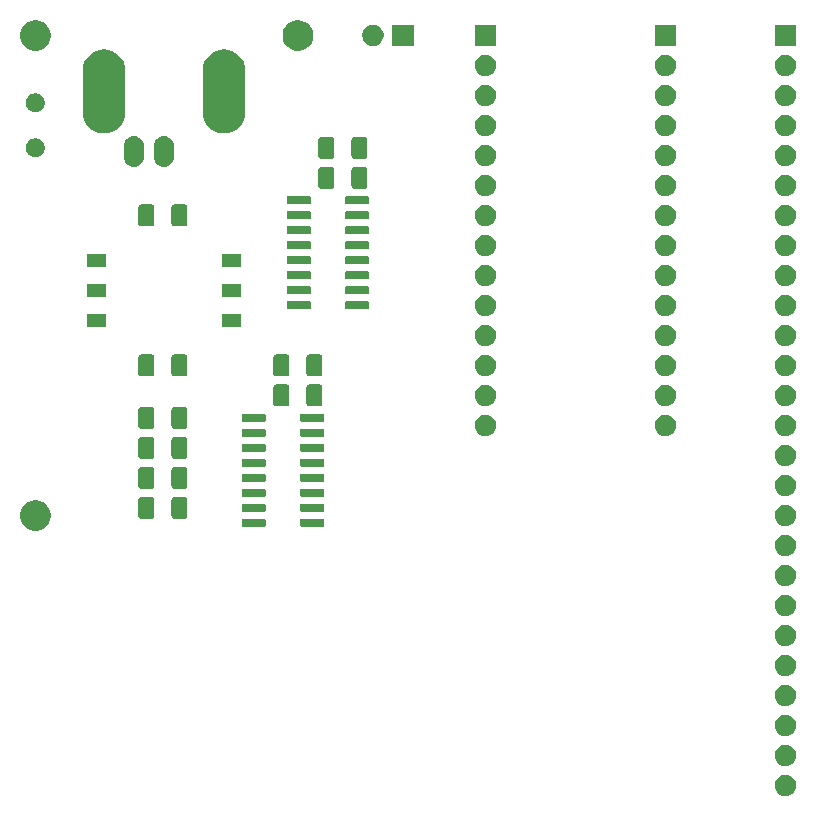
<source format=gbr>
G04 #@! TF.GenerationSoftware,KiCad,Pcbnew,5.1.6*
G04 #@! TF.CreationDate,2020-08-01T17:21:50-05:00*
G04 #@! TF.ProjectId,pcb,7063622e-6b69-4636-9164-5f7063625858,rev?*
G04 #@! TF.SameCoordinates,Original*
G04 #@! TF.FileFunction,Soldermask,Top*
G04 #@! TF.FilePolarity,Negative*
%FSLAX46Y46*%
G04 Gerber Fmt 4.6, Leading zero omitted, Abs format (unit mm)*
G04 Created by KiCad (PCBNEW 5.1.6) date 2020-08-01 17:21:50*
%MOMM*%
%LPD*%
G01*
G04 APERTURE LIST*
%ADD10C,0.100000*%
G04 APERTURE END LIST*
D10*
G36*
X78367754Y-126133817D02*
G01*
X78531689Y-126201721D01*
X78679227Y-126300303D01*
X78804697Y-126425773D01*
X78903279Y-126573311D01*
X78971183Y-126737246D01*
X79005800Y-126911279D01*
X79005800Y-127088721D01*
X78971183Y-127262754D01*
X78903279Y-127426689D01*
X78804697Y-127574227D01*
X78679227Y-127699697D01*
X78531689Y-127798279D01*
X78367754Y-127866183D01*
X78193721Y-127900800D01*
X78016279Y-127900800D01*
X77842246Y-127866183D01*
X77678311Y-127798279D01*
X77530773Y-127699697D01*
X77405303Y-127574227D01*
X77306721Y-127426689D01*
X77238817Y-127262754D01*
X77204200Y-127088721D01*
X77204200Y-126911279D01*
X77238817Y-126737246D01*
X77306721Y-126573311D01*
X77405303Y-126425773D01*
X77530773Y-126300303D01*
X77678311Y-126201721D01*
X77842246Y-126133817D01*
X78016279Y-126099200D01*
X78193721Y-126099200D01*
X78367754Y-126133817D01*
G37*
G36*
X78367754Y-123593817D02*
G01*
X78531689Y-123661721D01*
X78679227Y-123760303D01*
X78804697Y-123885773D01*
X78903279Y-124033311D01*
X78971183Y-124197246D01*
X79005800Y-124371279D01*
X79005800Y-124548721D01*
X78971183Y-124722754D01*
X78903279Y-124886689D01*
X78804697Y-125034227D01*
X78679227Y-125159697D01*
X78531689Y-125258279D01*
X78367754Y-125326183D01*
X78193721Y-125360800D01*
X78016279Y-125360800D01*
X77842246Y-125326183D01*
X77678311Y-125258279D01*
X77530773Y-125159697D01*
X77405303Y-125034227D01*
X77306721Y-124886689D01*
X77238817Y-124722754D01*
X77204200Y-124548721D01*
X77204200Y-124371279D01*
X77238817Y-124197246D01*
X77306721Y-124033311D01*
X77405303Y-123885773D01*
X77530773Y-123760303D01*
X77678311Y-123661721D01*
X77842246Y-123593817D01*
X78016279Y-123559200D01*
X78193721Y-123559200D01*
X78367754Y-123593817D01*
G37*
G36*
X78367754Y-121053817D02*
G01*
X78531689Y-121121721D01*
X78679227Y-121220303D01*
X78804697Y-121345773D01*
X78903279Y-121493311D01*
X78971183Y-121657246D01*
X79005800Y-121831279D01*
X79005800Y-122008721D01*
X78971183Y-122182754D01*
X78903279Y-122346689D01*
X78804697Y-122494227D01*
X78679227Y-122619697D01*
X78531689Y-122718279D01*
X78367754Y-122786183D01*
X78193721Y-122820800D01*
X78016279Y-122820800D01*
X77842246Y-122786183D01*
X77678311Y-122718279D01*
X77530773Y-122619697D01*
X77405303Y-122494227D01*
X77306721Y-122346689D01*
X77238817Y-122182754D01*
X77204200Y-122008721D01*
X77204200Y-121831279D01*
X77238817Y-121657246D01*
X77306721Y-121493311D01*
X77405303Y-121345773D01*
X77530773Y-121220303D01*
X77678311Y-121121721D01*
X77842246Y-121053817D01*
X78016279Y-121019200D01*
X78193721Y-121019200D01*
X78367754Y-121053817D01*
G37*
G36*
X78367754Y-118513817D02*
G01*
X78531689Y-118581721D01*
X78679227Y-118680303D01*
X78804697Y-118805773D01*
X78903279Y-118953311D01*
X78971183Y-119117246D01*
X79005800Y-119291279D01*
X79005800Y-119468721D01*
X78971183Y-119642754D01*
X78903279Y-119806689D01*
X78804697Y-119954227D01*
X78679227Y-120079697D01*
X78531689Y-120178279D01*
X78367754Y-120246183D01*
X78193721Y-120280800D01*
X78016279Y-120280800D01*
X77842246Y-120246183D01*
X77678311Y-120178279D01*
X77530773Y-120079697D01*
X77405303Y-119954227D01*
X77306721Y-119806689D01*
X77238817Y-119642754D01*
X77204200Y-119468721D01*
X77204200Y-119291279D01*
X77238817Y-119117246D01*
X77306721Y-118953311D01*
X77405303Y-118805773D01*
X77530773Y-118680303D01*
X77678311Y-118581721D01*
X77842246Y-118513817D01*
X78016279Y-118479200D01*
X78193721Y-118479200D01*
X78367754Y-118513817D01*
G37*
G36*
X78367754Y-115973817D02*
G01*
X78531689Y-116041721D01*
X78679227Y-116140303D01*
X78804697Y-116265773D01*
X78903279Y-116413311D01*
X78971183Y-116577246D01*
X79005800Y-116751279D01*
X79005800Y-116928721D01*
X78971183Y-117102754D01*
X78903279Y-117266689D01*
X78804697Y-117414227D01*
X78679227Y-117539697D01*
X78531689Y-117638279D01*
X78367754Y-117706183D01*
X78193721Y-117740800D01*
X78016279Y-117740800D01*
X77842246Y-117706183D01*
X77678311Y-117638279D01*
X77530773Y-117539697D01*
X77405303Y-117414227D01*
X77306721Y-117266689D01*
X77238817Y-117102754D01*
X77204200Y-116928721D01*
X77204200Y-116751279D01*
X77238817Y-116577246D01*
X77306721Y-116413311D01*
X77405303Y-116265773D01*
X77530773Y-116140303D01*
X77678311Y-116041721D01*
X77842246Y-115973817D01*
X78016279Y-115939200D01*
X78193721Y-115939200D01*
X78367754Y-115973817D01*
G37*
G36*
X78367754Y-113433817D02*
G01*
X78531689Y-113501721D01*
X78679227Y-113600303D01*
X78804697Y-113725773D01*
X78903279Y-113873311D01*
X78971183Y-114037246D01*
X79005800Y-114211279D01*
X79005800Y-114388721D01*
X78971183Y-114562754D01*
X78903279Y-114726689D01*
X78804697Y-114874227D01*
X78679227Y-114999697D01*
X78531689Y-115098279D01*
X78367754Y-115166183D01*
X78193721Y-115200800D01*
X78016279Y-115200800D01*
X77842246Y-115166183D01*
X77678311Y-115098279D01*
X77530773Y-114999697D01*
X77405303Y-114874227D01*
X77306721Y-114726689D01*
X77238817Y-114562754D01*
X77204200Y-114388721D01*
X77204200Y-114211279D01*
X77238817Y-114037246D01*
X77306721Y-113873311D01*
X77405303Y-113725773D01*
X77530773Y-113600303D01*
X77678311Y-113501721D01*
X77842246Y-113433817D01*
X78016279Y-113399200D01*
X78193721Y-113399200D01*
X78367754Y-113433817D01*
G37*
G36*
X78367754Y-110893817D02*
G01*
X78531689Y-110961721D01*
X78679227Y-111060303D01*
X78804697Y-111185773D01*
X78903279Y-111333311D01*
X78971183Y-111497246D01*
X79005800Y-111671279D01*
X79005800Y-111848721D01*
X78971183Y-112022754D01*
X78903279Y-112186689D01*
X78804697Y-112334227D01*
X78679227Y-112459697D01*
X78531689Y-112558279D01*
X78367754Y-112626183D01*
X78193721Y-112660800D01*
X78016279Y-112660800D01*
X77842246Y-112626183D01*
X77678311Y-112558279D01*
X77530773Y-112459697D01*
X77405303Y-112334227D01*
X77306721Y-112186689D01*
X77238817Y-112022754D01*
X77204200Y-111848721D01*
X77204200Y-111671279D01*
X77238817Y-111497246D01*
X77306721Y-111333311D01*
X77405303Y-111185773D01*
X77530773Y-111060303D01*
X77678311Y-110961721D01*
X77842246Y-110893817D01*
X78016279Y-110859200D01*
X78193721Y-110859200D01*
X78367754Y-110893817D01*
G37*
G36*
X78367754Y-108353817D02*
G01*
X78531689Y-108421721D01*
X78679227Y-108520303D01*
X78804697Y-108645773D01*
X78903279Y-108793311D01*
X78971183Y-108957246D01*
X79005800Y-109131279D01*
X79005800Y-109308721D01*
X78971183Y-109482754D01*
X78903279Y-109646689D01*
X78804697Y-109794227D01*
X78679227Y-109919697D01*
X78531689Y-110018279D01*
X78367754Y-110086183D01*
X78193721Y-110120800D01*
X78016279Y-110120800D01*
X77842246Y-110086183D01*
X77678311Y-110018279D01*
X77530773Y-109919697D01*
X77405303Y-109794227D01*
X77306721Y-109646689D01*
X77238817Y-109482754D01*
X77204200Y-109308721D01*
X77204200Y-109131279D01*
X77238817Y-108957246D01*
X77306721Y-108793311D01*
X77405303Y-108645773D01*
X77530773Y-108520303D01*
X77678311Y-108421721D01*
X77842246Y-108353817D01*
X78016279Y-108319200D01*
X78193721Y-108319200D01*
X78367754Y-108353817D01*
G37*
G36*
X78367754Y-105813817D02*
G01*
X78531689Y-105881721D01*
X78679227Y-105980303D01*
X78804697Y-106105773D01*
X78903279Y-106253311D01*
X78971183Y-106417246D01*
X79005800Y-106591279D01*
X79005800Y-106768721D01*
X78971183Y-106942754D01*
X78903279Y-107106689D01*
X78804697Y-107254227D01*
X78679227Y-107379697D01*
X78531689Y-107478279D01*
X78367754Y-107546183D01*
X78193721Y-107580800D01*
X78016279Y-107580800D01*
X77842246Y-107546183D01*
X77678311Y-107478279D01*
X77530773Y-107379697D01*
X77405303Y-107254227D01*
X77306721Y-107106689D01*
X77238817Y-106942754D01*
X77204200Y-106768721D01*
X77204200Y-106591279D01*
X77238817Y-106417246D01*
X77306721Y-106253311D01*
X77405303Y-106105773D01*
X77530773Y-105980303D01*
X77678311Y-105881721D01*
X77842246Y-105813817D01*
X78016279Y-105779200D01*
X78193721Y-105779200D01*
X78367754Y-105813817D01*
G37*
G36*
X14984430Y-102889189D02*
G01*
X15221160Y-102987245D01*
X15434213Y-103129603D01*
X15615397Y-103310787D01*
X15757755Y-103523840D01*
X15855811Y-103760570D01*
X15905800Y-104011882D01*
X15905800Y-104268118D01*
X15855811Y-104519430D01*
X15757755Y-104756160D01*
X15615397Y-104969213D01*
X15434213Y-105150397D01*
X15221160Y-105292755D01*
X14984430Y-105390811D01*
X14733118Y-105440800D01*
X14476882Y-105440800D01*
X14225570Y-105390811D01*
X13988840Y-105292755D01*
X13775787Y-105150397D01*
X13594603Y-104969213D01*
X13452245Y-104756160D01*
X13354189Y-104519430D01*
X13304200Y-104268118D01*
X13304200Y-104011882D01*
X13354189Y-103760570D01*
X13452245Y-103523840D01*
X13594603Y-103310787D01*
X13775787Y-103129603D01*
X13988840Y-102987245D01*
X14225570Y-102889189D01*
X14476882Y-102839200D01*
X14733118Y-102839200D01*
X14984430Y-102889189D01*
G37*
G36*
X33990015Y-104427323D02*
G01*
X34018106Y-104435844D01*
X34043998Y-104449684D01*
X34066692Y-104468308D01*
X34085316Y-104491002D01*
X34099156Y-104516894D01*
X34107677Y-104544985D01*
X34110800Y-104576691D01*
X34110800Y-104973309D01*
X34107677Y-105005015D01*
X34099156Y-105033106D01*
X34085316Y-105058998D01*
X34066692Y-105081692D01*
X34043998Y-105100316D01*
X34018106Y-105114156D01*
X33990015Y-105122677D01*
X33958309Y-105125800D01*
X32211691Y-105125800D01*
X32179985Y-105122677D01*
X32151894Y-105114156D01*
X32126002Y-105100316D01*
X32103308Y-105081692D01*
X32084684Y-105058998D01*
X32070844Y-105033106D01*
X32062323Y-105005015D01*
X32059200Y-104973309D01*
X32059200Y-104576691D01*
X32062323Y-104544985D01*
X32070844Y-104516894D01*
X32084684Y-104491002D01*
X32103308Y-104468308D01*
X32126002Y-104449684D01*
X32151894Y-104435844D01*
X32179985Y-104427323D01*
X32211691Y-104424200D01*
X33958309Y-104424200D01*
X33990015Y-104427323D01*
G37*
G36*
X38940015Y-104427323D02*
G01*
X38968106Y-104435844D01*
X38993998Y-104449684D01*
X39016692Y-104468308D01*
X39035316Y-104491002D01*
X39049156Y-104516894D01*
X39057677Y-104544985D01*
X39060800Y-104576691D01*
X39060800Y-104973309D01*
X39057677Y-105005015D01*
X39049156Y-105033106D01*
X39035316Y-105058998D01*
X39016692Y-105081692D01*
X38993998Y-105100316D01*
X38968106Y-105114156D01*
X38940015Y-105122677D01*
X38908309Y-105125800D01*
X37161691Y-105125800D01*
X37129985Y-105122677D01*
X37101894Y-105114156D01*
X37076002Y-105100316D01*
X37053308Y-105081692D01*
X37034684Y-105058998D01*
X37020844Y-105033106D01*
X37012323Y-105005015D01*
X37009200Y-104973309D01*
X37009200Y-104576691D01*
X37012323Y-104544985D01*
X37020844Y-104516894D01*
X37034684Y-104491002D01*
X37053308Y-104468308D01*
X37076002Y-104449684D01*
X37101894Y-104435844D01*
X37129985Y-104427323D01*
X37161691Y-104424200D01*
X38908309Y-104424200D01*
X38940015Y-104427323D01*
G37*
G36*
X78367754Y-103273817D02*
G01*
X78531689Y-103341721D01*
X78679227Y-103440303D01*
X78804697Y-103565773D01*
X78903279Y-103713311D01*
X78971183Y-103877246D01*
X79005800Y-104051279D01*
X79005800Y-104228721D01*
X78971183Y-104402754D01*
X78903279Y-104566689D01*
X78804697Y-104714227D01*
X78679227Y-104839697D01*
X78531689Y-104938279D01*
X78367754Y-105006183D01*
X78193721Y-105040800D01*
X78016279Y-105040800D01*
X77842246Y-105006183D01*
X77678311Y-104938279D01*
X77530773Y-104839697D01*
X77405303Y-104714227D01*
X77306721Y-104566689D01*
X77238817Y-104402754D01*
X77204200Y-104228721D01*
X77204200Y-104051279D01*
X77238817Y-103877246D01*
X77306721Y-103713311D01*
X77405303Y-103565773D01*
X77530773Y-103440303D01*
X77678311Y-103341721D01*
X77842246Y-103273817D01*
X78016279Y-103239200D01*
X78193721Y-103239200D01*
X78367754Y-103273817D01*
G37*
G36*
X27282699Y-102584049D02*
G01*
X27327648Y-102597684D01*
X27369072Y-102619826D01*
X27405379Y-102649621D01*
X27435174Y-102685928D01*
X27457316Y-102727352D01*
X27470951Y-102772301D01*
X27475800Y-102821533D01*
X27475800Y-104188467D01*
X27470951Y-104237699D01*
X27457316Y-104282648D01*
X27435174Y-104324072D01*
X27405379Y-104360379D01*
X27369072Y-104390174D01*
X27327648Y-104412316D01*
X27282699Y-104425951D01*
X27233467Y-104430800D01*
X26366533Y-104430800D01*
X26317301Y-104425951D01*
X26272352Y-104412316D01*
X26230928Y-104390174D01*
X26194621Y-104360379D01*
X26164826Y-104324072D01*
X26142684Y-104282648D01*
X26129049Y-104237699D01*
X26124200Y-104188467D01*
X26124200Y-102821533D01*
X26129049Y-102772301D01*
X26142684Y-102727352D01*
X26164826Y-102685928D01*
X26194621Y-102649621D01*
X26230928Y-102619826D01*
X26272352Y-102597684D01*
X26317301Y-102584049D01*
X26366533Y-102579200D01*
X27233467Y-102579200D01*
X27282699Y-102584049D01*
G37*
G36*
X24482699Y-102584049D02*
G01*
X24527648Y-102597684D01*
X24569072Y-102619826D01*
X24605379Y-102649621D01*
X24635174Y-102685928D01*
X24657316Y-102727352D01*
X24670951Y-102772301D01*
X24675800Y-102821533D01*
X24675800Y-104188467D01*
X24670951Y-104237699D01*
X24657316Y-104282648D01*
X24635174Y-104324072D01*
X24605379Y-104360379D01*
X24569072Y-104390174D01*
X24527648Y-104412316D01*
X24482699Y-104425951D01*
X24433467Y-104430800D01*
X23566533Y-104430800D01*
X23517301Y-104425951D01*
X23472352Y-104412316D01*
X23430928Y-104390174D01*
X23394621Y-104360379D01*
X23364826Y-104324072D01*
X23342684Y-104282648D01*
X23329049Y-104237699D01*
X23324200Y-104188467D01*
X23324200Y-102821533D01*
X23329049Y-102772301D01*
X23342684Y-102727352D01*
X23364826Y-102685928D01*
X23394621Y-102649621D01*
X23430928Y-102619826D01*
X23472352Y-102597684D01*
X23517301Y-102584049D01*
X23566533Y-102579200D01*
X24433467Y-102579200D01*
X24482699Y-102584049D01*
G37*
G36*
X33990015Y-103157323D02*
G01*
X34018106Y-103165844D01*
X34043998Y-103179684D01*
X34066692Y-103198308D01*
X34085316Y-103221002D01*
X34099156Y-103246894D01*
X34107677Y-103274985D01*
X34110800Y-103306691D01*
X34110800Y-103703309D01*
X34107677Y-103735015D01*
X34099156Y-103763106D01*
X34085316Y-103788998D01*
X34066692Y-103811692D01*
X34043998Y-103830316D01*
X34018106Y-103844156D01*
X33990015Y-103852677D01*
X33958309Y-103855800D01*
X32211691Y-103855800D01*
X32179985Y-103852677D01*
X32151894Y-103844156D01*
X32126002Y-103830316D01*
X32103308Y-103811692D01*
X32084684Y-103788998D01*
X32070844Y-103763106D01*
X32062323Y-103735015D01*
X32059200Y-103703309D01*
X32059200Y-103306691D01*
X32062323Y-103274985D01*
X32070844Y-103246894D01*
X32084684Y-103221002D01*
X32103308Y-103198308D01*
X32126002Y-103179684D01*
X32151894Y-103165844D01*
X32179985Y-103157323D01*
X32211691Y-103154200D01*
X33958309Y-103154200D01*
X33990015Y-103157323D01*
G37*
G36*
X38940015Y-103157323D02*
G01*
X38968106Y-103165844D01*
X38993998Y-103179684D01*
X39016692Y-103198308D01*
X39035316Y-103221002D01*
X39049156Y-103246894D01*
X39057677Y-103274985D01*
X39060800Y-103306691D01*
X39060800Y-103703309D01*
X39057677Y-103735015D01*
X39049156Y-103763106D01*
X39035316Y-103788998D01*
X39016692Y-103811692D01*
X38993998Y-103830316D01*
X38968106Y-103844156D01*
X38940015Y-103852677D01*
X38908309Y-103855800D01*
X37161691Y-103855800D01*
X37129985Y-103852677D01*
X37101894Y-103844156D01*
X37076002Y-103830316D01*
X37053308Y-103811692D01*
X37034684Y-103788998D01*
X37020844Y-103763106D01*
X37012323Y-103735015D01*
X37009200Y-103703309D01*
X37009200Y-103306691D01*
X37012323Y-103274985D01*
X37020844Y-103246894D01*
X37034684Y-103221002D01*
X37053308Y-103198308D01*
X37076002Y-103179684D01*
X37101894Y-103165844D01*
X37129985Y-103157323D01*
X37161691Y-103154200D01*
X38908309Y-103154200D01*
X38940015Y-103157323D01*
G37*
G36*
X33990015Y-101887323D02*
G01*
X34018106Y-101895844D01*
X34043998Y-101909684D01*
X34066692Y-101928308D01*
X34085316Y-101951002D01*
X34099156Y-101976894D01*
X34107677Y-102004985D01*
X34110800Y-102036691D01*
X34110800Y-102433309D01*
X34107677Y-102465015D01*
X34099156Y-102493106D01*
X34085316Y-102518998D01*
X34066692Y-102541692D01*
X34043998Y-102560316D01*
X34018106Y-102574156D01*
X33990015Y-102582677D01*
X33958309Y-102585800D01*
X32211691Y-102585800D01*
X32179985Y-102582677D01*
X32151894Y-102574156D01*
X32126002Y-102560316D01*
X32103308Y-102541692D01*
X32084684Y-102518998D01*
X32070844Y-102493106D01*
X32062323Y-102465015D01*
X32059200Y-102433309D01*
X32059200Y-102036691D01*
X32062323Y-102004985D01*
X32070844Y-101976894D01*
X32084684Y-101951002D01*
X32103308Y-101928308D01*
X32126002Y-101909684D01*
X32151894Y-101895844D01*
X32179985Y-101887323D01*
X32211691Y-101884200D01*
X33958309Y-101884200D01*
X33990015Y-101887323D01*
G37*
G36*
X38940015Y-101887323D02*
G01*
X38968106Y-101895844D01*
X38993998Y-101909684D01*
X39016692Y-101928308D01*
X39035316Y-101951002D01*
X39049156Y-101976894D01*
X39057677Y-102004985D01*
X39060800Y-102036691D01*
X39060800Y-102433309D01*
X39057677Y-102465015D01*
X39049156Y-102493106D01*
X39035316Y-102518998D01*
X39016692Y-102541692D01*
X38993998Y-102560316D01*
X38968106Y-102574156D01*
X38940015Y-102582677D01*
X38908309Y-102585800D01*
X37161691Y-102585800D01*
X37129985Y-102582677D01*
X37101894Y-102574156D01*
X37076002Y-102560316D01*
X37053308Y-102541692D01*
X37034684Y-102518998D01*
X37020844Y-102493106D01*
X37012323Y-102465015D01*
X37009200Y-102433309D01*
X37009200Y-102036691D01*
X37012323Y-102004985D01*
X37020844Y-101976894D01*
X37034684Y-101951002D01*
X37053308Y-101928308D01*
X37076002Y-101909684D01*
X37101894Y-101895844D01*
X37129985Y-101887323D01*
X37161691Y-101884200D01*
X38908309Y-101884200D01*
X38940015Y-101887323D01*
G37*
G36*
X78367754Y-100733817D02*
G01*
X78531689Y-100801721D01*
X78679227Y-100900303D01*
X78804697Y-101025773D01*
X78903279Y-101173311D01*
X78971183Y-101337246D01*
X79005800Y-101511279D01*
X79005800Y-101688721D01*
X78971183Y-101862754D01*
X78903279Y-102026689D01*
X78804697Y-102174227D01*
X78679227Y-102299697D01*
X78531689Y-102398279D01*
X78367754Y-102466183D01*
X78193721Y-102500800D01*
X78016279Y-102500800D01*
X77842246Y-102466183D01*
X77678311Y-102398279D01*
X77530773Y-102299697D01*
X77405303Y-102174227D01*
X77306721Y-102026689D01*
X77238817Y-101862754D01*
X77204200Y-101688721D01*
X77204200Y-101511279D01*
X77238817Y-101337246D01*
X77306721Y-101173311D01*
X77405303Y-101025773D01*
X77530773Y-100900303D01*
X77678311Y-100801721D01*
X77842246Y-100733817D01*
X78016279Y-100699200D01*
X78193721Y-100699200D01*
X78367754Y-100733817D01*
G37*
G36*
X24482699Y-100044049D02*
G01*
X24527648Y-100057684D01*
X24569072Y-100079826D01*
X24605379Y-100109621D01*
X24635174Y-100145928D01*
X24657316Y-100187352D01*
X24670951Y-100232301D01*
X24675800Y-100281533D01*
X24675800Y-101648467D01*
X24670951Y-101697699D01*
X24657316Y-101742648D01*
X24635174Y-101784072D01*
X24605379Y-101820379D01*
X24569072Y-101850174D01*
X24527648Y-101872316D01*
X24482699Y-101885951D01*
X24433467Y-101890800D01*
X23566533Y-101890800D01*
X23517301Y-101885951D01*
X23472352Y-101872316D01*
X23430928Y-101850174D01*
X23394621Y-101820379D01*
X23364826Y-101784072D01*
X23342684Y-101742648D01*
X23329049Y-101697699D01*
X23324200Y-101648467D01*
X23324200Y-100281533D01*
X23329049Y-100232301D01*
X23342684Y-100187352D01*
X23364826Y-100145928D01*
X23394621Y-100109621D01*
X23430928Y-100079826D01*
X23472352Y-100057684D01*
X23517301Y-100044049D01*
X23566533Y-100039200D01*
X24433467Y-100039200D01*
X24482699Y-100044049D01*
G37*
G36*
X27282699Y-100044049D02*
G01*
X27327648Y-100057684D01*
X27369072Y-100079826D01*
X27405379Y-100109621D01*
X27435174Y-100145928D01*
X27457316Y-100187352D01*
X27470951Y-100232301D01*
X27475800Y-100281533D01*
X27475800Y-101648467D01*
X27470951Y-101697699D01*
X27457316Y-101742648D01*
X27435174Y-101784072D01*
X27405379Y-101820379D01*
X27369072Y-101850174D01*
X27327648Y-101872316D01*
X27282699Y-101885951D01*
X27233467Y-101890800D01*
X26366533Y-101890800D01*
X26317301Y-101885951D01*
X26272352Y-101872316D01*
X26230928Y-101850174D01*
X26194621Y-101820379D01*
X26164826Y-101784072D01*
X26142684Y-101742648D01*
X26129049Y-101697699D01*
X26124200Y-101648467D01*
X26124200Y-100281533D01*
X26129049Y-100232301D01*
X26142684Y-100187352D01*
X26164826Y-100145928D01*
X26194621Y-100109621D01*
X26230928Y-100079826D01*
X26272352Y-100057684D01*
X26317301Y-100044049D01*
X26366533Y-100039200D01*
X27233467Y-100039200D01*
X27282699Y-100044049D01*
G37*
G36*
X33990015Y-100617323D02*
G01*
X34018106Y-100625844D01*
X34043998Y-100639684D01*
X34066692Y-100658308D01*
X34085316Y-100681002D01*
X34099156Y-100706894D01*
X34107677Y-100734985D01*
X34110800Y-100766691D01*
X34110800Y-101163309D01*
X34107677Y-101195015D01*
X34099156Y-101223106D01*
X34085316Y-101248998D01*
X34066692Y-101271692D01*
X34043998Y-101290316D01*
X34018106Y-101304156D01*
X33990015Y-101312677D01*
X33958309Y-101315800D01*
X32211691Y-101315800D01*
X32179985Y-101312677D01*
X32151894Y-101304156D01*
X32126002Y-101290316D01*
X32103308Y-101271692D01*
X32084684Y-101248998D01*
X32070844Y-101223106D01*
X32062323Y-101195015D01*
X32059200Y-101163309D01*
X32059200Y-100766691D01*
X32062323Y-100734985D01*
X32070844Y-100706894D01*
X32084684Y-100681002D01*
X32103308Y-100658308D01*
X32126002Y-100639684D01*
X32151894Y-100625844D01*
X32179985Y-100617323D01*
X32211691Y-100614200D01*
X33958309Y-100614200D01*
X33990015Y-100617323D01*
G37*
G36*
X38940015Y-100617323D02*
G01*
X38968106Y-100625844D01*
X38993998Y-100639684D01*
X39016692Y-100658308D01*
X39035316Y-100681002D01*
X39049156Y-100706894D01*
X39057677Y-100734985D01*
X39060800Y-100766691D01*
X39060800Y-101163309D01*
X39057677Y-101195015D01*
X39049156Y-101223106D01*
X39035316Y-101248998D01*
X39016692Y-101271692D01*
X38993998Y-101290316D01*
X38968106Y-101304156D01*
X38940015Y-101312677D01*
X38908309Y-101315800D01*
X37161691Y-101315800D01*
X37129985Y-101312677D01*
X37101894Y-101304156D01*
X37076002Y-101290316D01*
X37053308Y-101271692D01*
X37034684Y-101248998D01*
X37020844Y-101223106D01*
X37012323Y-101195015D01*
X37009200Y-101163309D01*
X37009200Y-100766691D01*
X37012323Y-100734985D01*
X37020844Y-100706894D01*
X37034684Y-100681002D01*
X37053308Y-100658308D01*
X37076002Y-100639684D01*
X37101894Y-100625844D01*
X37129985Y-100617323D01*
X37161691Y-100614200D01*
X38908309Y-100614200D01*
X38940015Y-100617323D01*
G37*
G36*
X38940015Y-99347323D02*
G01*
X38968106Y-99355844D01*
X38993998Y-99369684D01*
X39016692Y-99388308D01*
X39035316Y-99411002D01*
X39049156Y-99436894D01*
X39057677Y-99464985D01*
X39060800Y-99496691D01*
X39060800Y-99893309D01*
X39057677Y-99925015D01*
X39049156Y-99953106D01*
X39035316Y-99978998D01*
X39016692Y-100001692D01*
X38993998Y-100020316D01*
X38968106Y-100034156D01*
X38940015Y-100042677D01*
X38908309Y-100045800D01*
X37161691Y-100045800D01*
X37129985Y-100042677D01*
X37101894Y-100034156D01*
X37076002Y-100020316D01*
X37053308Y-100001692D01*
X37034684Y-99978998D01*
X37020844Y-99953106D01*
X37012323Y-99925015D01*
X37009200Y-99893309D01*
X37009200Y-99496691D01*
X37012323Y-99464985D01*
X37020844Y-99436894D01*
X37034684Y-99411002D01*
X37053308Y-99388308D01*
X37076002Y-99369684D01*
X37101894Y-99355844D01*
X37129985Y-99347323D01*
X37161691Y-99344200D01*
X38908309Y-99344200D01*
X38940015Y-99347323D01*
G37*
G36*
X33990015Y-99347323D02*
G01*
X34018106Y-99355844D01*
X34043998Y-99369684D01*
X34066692Y-99388308D01*
X34085316Y-99411002D01*
X34099156Y-99436894D01*
X34107677Y-99464985D01*
X34110800Y-99496691D01*
X34110800Y-99893309D01*
X34107677Y-99925015D01*
X34099156Y-99953106D01*
X34085316Y-99978998D01*
X34066692Y-100001692D01*
X34043998Y-100020316D01*
X34018106Y-100034156D01*
X33990015Y-100042677D01*
X33958309Y-100045800D01*
X32211691Y-100045800D01*
X32179985Y-100042677D01*
X32151894Y-100034156D01*
X32126002Y-100020316D01*
X32103308Y-100001692D01*
X32084684Y-99978998D01*
X32070844Y-99953106D01*
X32062323Y-99925015D01*
X32059200Y-99893309D01*
X32059200Y-99496691D01*
X32062323Y-99464985D01*
X32070844Y-99436894D01*
X32084684Y-99411002D01*
X32103308Y-99388308D01*
X32126002Y-99369684D01*
X32151894Y-99355844D01*
X32179985Y-99347323D01*
X32211691Y-99344200D01*
X33958309Y-99344200D01*
X33990015Y-99347323D01*
G37*
G36*
X78367754Y-98193817D02*
G01*
X78531689Y-98261721D01*
X78679227Y-98360303D01*
X78804697Y-98485773D01*
X78903279Y-98633311D01*
X78971183Y-98797246D01*
X79005800Y-98971279D01*
X79005800Y-99148721D01*
X78971183Y-99322754D01*
X78903279Y-99486689D01*
X78804697Y-99634227D01*
X78679227Y-99759697D01*
X78531689Y-99858279D01*
X78367754Y-99926183D01*
X78193721Y-99960800D01*
X78016279Y-99960800D01*
X77842246Y-99926183D01*
X77678311Y-99858279D01*
X77530773Y-99759697D01*
X77405303Y-99634227D01*
X77306721Y-99486689D01*
X77238817Y-99322754D01*
X77204200Y-99148721D01*
X77204200Y-98971279D01*
X77238817Y-98797246D01*
X77306721Y-98633311D01*
X77405303Y-98485773D01*
X77530773Y-98360303D01*
X77678311Y-98261721D01*
X77842246Y-98193817D01*
X78016279Y-98159200D01*
X78193721Y-98159200D01*
X78367754Y-98193817D01*
G37*
G36*
X24482699Y-97504049D02*
G01*
X24527648Y-97517684D01*
X24569072Y-97539826D01*
X24605379Y-97569621D01*
X24635174Y-97605928D01*
X24657316Y-97647352D01*
X24670951Y-97692301D01*
X24675800Y-97741533D01*
X24675800Y-99108467D01*
X24670951Y-99157699D01*
X24657316Y-99202648D01*
X24635174Y-99244072D01*
X24605379Y-99280379D01*
X24569072Y-99310174D01*
X24527648Y-99332316D01*
X24482699Y-99345951D01*
X24433467Y-99350800D01*
X23566533Y-99350800D01*
X23517301Y-99345951D01*
X23472352Y-99332316D01*
X23430928Y-99310174D01*
X23394621Y-99280379D01*
X23364826Y-99244072D01*
X23342684Y-99202648D01*
X23329049Y-99157699D01*
X23324200Y-99108467D01*
X23324200Y-97741533D01*
X23329049Y-97692301D01*
X23342684Y-97647352D01*
X23364826Y-97605928D01*
X23394621Y-97569621D01*
X23430928Y-97539826D01*
X23472352Y-97517684D01*
X23517301Y-97504049D01*
X23566533Y-97499200D01*
X24433467Y-97499200D01*
X24482699Y-97504049D01*
G37*
G36*
X27282699Y-97504049D02*
G01*
X27327648Y-97517684D01*
X27369072Y-97539826D01*
X27405379Y-97569621D01*
X27435174Y-97605928D01*
X27457316Y-97647352D01*
X27470951Y-97692301D01*
X27475800Y-97741533D01*
X27475800Y-99108467D01*
X27470951Y-99157699D01*
X27457316Y-99202648D01*
X27435174Y-99244072D01*
X27405379Y-99280379D01*
X27369072Y-99310174D01*
X27327648Y-99332316D01*
X27282699Y-99345951D01*
X27233467Y-99350800D01*
X26366533Y-99350800D01*
X26317301Y-99345951D01*
X26272352Y-99332316D01*
X26230928Y-99310174D01*
X26194621Y-99280379D01*
X26164826Y-99244072D01*
X26142684Y-99202648D01*
X26129049Y-99157699D01*
X26124200Y-99108467D01*
X26124200Y-97741533D01*
X26129049Y-97692301D01*
X26142684Y-97647352D01*
X26164826Y-97605928D01*
X26194621Y-97569621D01*
X26230928Y-97539826D01*
X26272352Y-97517684D01*
X26317301Y-97504049D01*
X26366533Y-97499200D01*
X27233467Y-97499200D01*
X27282699Y-97504049D01*
G37*
G36*
X33990015Y-98077323D02*
G01*
X34018106Y-98085844D01*
X34043998Y-98099684D01*
X34066692Y-98118308D01*
X34085316Y-98141002D01*
X34099156Y-98166894D01*
X34107677Y-98194985D01*
X34110800Y-98226691D01*
X34110800Y-98623309D01*
X34107677Y-98655015D01*
X34099156Y-98683106D01*
X34085316Y-98708998D01*
X34066692Y-98731692D01*
X34043998Y-98750316D01*
X34018106Y-98764156D01*
X33990015Y-98772677D01*
X33958309Y-98775800D01*
X32211691Y-98775800D01*
X32179985Y-98772677D01*
X32151894Y-98764156D01*
X32126002Y-98750316D01*
X32103308Y-98731692D01*
X32084684Y-98708998D01*
X32070844Y-98683106D01*
X32062323Y-98655015D01*
X32059200Y-98623309D01*
X32059200Y-98226691D01*
X32062323Y-98194985D01*
X32070844Y-98166894D01*
X32084684Y-98141002D01*
X32103308Y-98118308D01*
X32126002Y-98099684D01*
X32151894Y-98085844D01*
X32179985Y-98077323D01*
X32211691Y-98074200D01*
X33958309Y-98074200D01*
X33990015Y-98077323D01*
G37*
G36*
X38940015Y-98077323D02*
G01*
X38968106Y-98085844D01*
X38993998Y-98099684D01*
X39016692Y-98118308D01*
X39035316Y-98141002D01*
X39049156Y-98166894D01*
X39057677Y-98194985D01*
X39060800Y-98226691D01*
X39060800Y-98623309D01*
X39057677Y-98655015D01*
X39049156Y-98683106D01*
X39035316Y-98708998D01*
X39016692Y-98731692D01*
X38993998Y-98750316D01*
X38968106Y-98764156D01*
X38940015Y-98772677D01*
X38908309Y-98775800D01*
X37161691Y-98775800D01*
X37129985Y-98772677D01*
X37101894Y-98764156D01*
X37076002Y-98750316D01*
X37053308Y-98731692D01*
X37034684Y-98708998D01*
X37020844Y-98683106D01*
X37012323Y-98655015D01*
X37009200Y-98623309D01*
X37009200Y-98226691D01*
X37012323Y-98194985D01*
X37020844Y-98166894D01*
X37034684Y-98141002D01*
X37053308Y-98118308D01*
X37076002Y-98099684D01*
X37101894Y-98085844D01*
X37129985Y-98077323D01*
X37161691Y-98074200D01*
X38908309Y-98074200D01*
X38940015Y-98077323D01*
G37*
G36*
X38940015Y-96807323D02*
G01*
X38968106Y-96815844D01*
X38993998Y-96829684D01*
X39016692Y-96848308D01*
X39035316Y-96871002D01*
X39049156Y-96896894D01*
X39057677Y-96924985D01*
X39060800Y-96956691D01*
X39060800Y-97353309D01*
X39057677Y-97385015D01*
X39049156Y-97413106D01*
X39035316Y-97438998D01*
X39016692Y-97461692D01*
X38993998Y-97480316D01*
X38968106Y-97494156D01*
X38940015Y-97502677D01*
X38908309Y-97505800D01*
X37161691Y-97505800D01*
X37129985Y-97502677D01*
X37101894Y-97494156D01*
X37076002Y-97480316D01*
X37053308Y-97461692D01*
X37034684Y-97438998D01*
X37020844Y-97413106D01*
X37012323Y-97385015D01*
X37009200Y-97353309D01*
X37009200Y-96956691D01*
X37012323Y-96924985D01*
X37020844Y-96896894D01*
X37034684Y-96871002D01*
X37053308Y-96848308D01*
X37076002Y-96829684D01*
X37101894Y-96815844D01*
X37129985Y-96807323D01*
X37161691Y-96804200D01*
X38908309Y-96804200D01*
X38940015Y-96807323D01*
G37*
G36*
X33990015Y-96807323D02*
G01*
X34018106Y-96815844D01*
X34043998Y-96829684D01*
X34066692Y-96848308D01*
X34085316Y-96871002D01*
X34099156Y-96896894D01*
X34107677Y-96924985D01*
X34110800Y-96956691D01*
X34110800Y-97353309D01*
X34107677Y-97385015D01*
X34099156Y-97413106D01*
X34085316Y-97438998D01*
X34066692Y-97461692D01*
X34043998Y-97480316D01*
X34018106Y-97494156D01*
X33990015Y-97502677D01*
X33958309Y-97505800D01*
X32211691Y-97505800D01*
X32179985Y-97502677D01*
X32151894Y-97494156D01*
X32126002Y-97480316D01*
X32103308Y-97461692D01*
X32084684Y-97438998D01*
X32070844Y-97413106D01*
X32062323Y-97385015D01*
X32059200Y-97353309D01*
X32059200Y-96956691D01*
X32062323Y-96924985D01*
X32070844Y-96896894D01*
X32084684Y-96871002D01*
X32103308Y-96848308D01*
X32126002Y-96829684D01*
X32151894Y-96815844D01*
X32179985Y-96807323D01*
X32211691Y-96804200D01*
X33958309Y-96804200D01*
X33990015Y-96807323D01*
G37*
G36*
X52967754Y-95653817D02*
G01*
X53131689Y-95721721D01*
X53279227Y-95820303D01*
X53404697Y-95945773D01*
X53503279Y-96093311D01*
X53571183Y-96257246D01*
X53605800Y-96431279D01*
X53605800Y-96608721D01*
X53571183Y-96782754D01*
X53503279Y-96946689D01*
X53404697Y-97094227D01*
X53279227Y-97219697D01*
X53131689Y-97318279D01*
X52967754Y-97386183D01*
X52793721Y-97420800D01*
X52616279Y-97420800D01*
X52442246Y-97386183D01*
X52278311Y-97318279D01*
X52130773Y-97219697D01*
X52005303Y-97094227D01*
X51906721Y-96946689D01*
X51838817Y-96782754D01*
X51804200Y-96608721D01*
X51804200Y-96431279D01*
X51838817Y-96257246D01*
X51906721Y-96093311D01*
X52005303Y-95945773D01*
X52130773Y-95820303D01*
X52278311Y-95721721D01*
X52442246Y-95653817D01*
X52616279Y-95619200D01*
X52793721Y-95619200D01*
X52967754Y-95653817D01*
G37*
G36*
X68207754Y-95653817D02*
G01*
X68371689Y-95721721D01*
X68519227Y-95820303D01*
X68644697Y-95945773D01*
X68743279Y-96093311D01*
X68811183Y-96257246D01*
X68845800Y-96431279D01*
X68845800Y-96608721D01*
X68811183Y-96782754D01*
X68743279Y-96946689D01*
X68644697Y-97094227D01*
X68519227Y-97219697D01*
X68371689Y-97318279D01*
X68207754Y-97386183D01*
X68033721Y-97420800D01*
X67856279Y-97420800D01*
X67682246Y-97386183D01*
X67518311Y-97318279D01*
X67370773Y-97219697D01*
X67245303Y-97094227D01*
X67146721Y-96946689D01*
X67078817Y-96782754D01*
X67044200Y-96608721D01*
X67044200Y-96431279D01*
X67078817Y-96257246D01*
X67146721Y-96093311D01*
X67245303Y-95945773D01*
X67370773Y-95820303D01*
X67518311Y-95721721D01*
X67682246Y-95653817D01*
X67856279Y-95619200D01*
X68033721Y-95619200D01*
X68207754Y-95653817D01*
G37*
G36*
X78367754Y-95653817D02*
G01*
X78531689Y-95721721D01*
X78679227Y-95820303D01*
X78804697Y-95945773D01*
X78903279Y-96093311D01*
X78971183Y-96257246D01*
X79005800Y-96431279D01*
X79005800Y-96608721D01*
X78971183Y-96782754D01*
X78903279Y-96946689D01*
X78804697Y-97094227D01*
X78679227Y-97219697D01*
X78531689Y-97318279D01*
X78367754Y-97386183D01*
X78193721Y-97420800D01*
X78016279Y-97420800D01*
X77842246Y-97386183D01*
X77678311Y-97318279D01*
X77530773Y-97219697D01*
X77405303Y-97094227D01*
X77306721Y-96946689D01*
X77238817Y-96782754D01*
X77204200Y-96608721D01*
X77204200Y-96431279D01*
X77238817Y-96257246D01*
X77306721Y-96093311D01*
X77405303Y-95945773D01*
X77530773Y-95820303D01*
X77678311Y-95721721D01*
X77842246Y-95653817D01*
X78016279Y-95619200D01*
X78193721Y-95619200D01*
X78367754Y-95653817D01*
G37*
G36*
X27282699Y-94964049D02*
G01*
X27327648Y-94977684D01*
X27369072Y-94999826D01*
X27405379Y-95029621D01*
X27435174Y-95065928D01*
X27457316Y-95107352D01*
X27470951Y-95152301D01*
X27475800Y-95201533D01*
X27475800Y-96568467D01*
X27470951Y-96617699D01*
X27457316Y-96662648D01*
X27435174Y-96704072D01*
X27405379Y-96740379D01*
X27369072Y-96770174D01*
X27327648Y-96792316D01*
X27282699Y-96805951D01*
X27233467Y-96810800D01*
X26366533Y-96810800D01*
X26317301Y-96805951D01*
X26272352Y-96792316D01*
X26230928Y-96770174D01*
X26194621Y-96740379D01*
X26164826Y-96704072D01*
X26142684Y-96662648D01*
X26129049Y-96617699D01*
X26124200Y-96568467D01*
X26124200Y-95201533D01*
X26129049Y-95152301D01*
X26142684Y-95107352D01*
X26164826Y-95065928D01*
X26194621Y-95029621D01*
X26230928Y-94999826D01*
X26272352Y-94977684D01*
X26317301Y-94964049D01*
X26366533Y-94959200D01*
X27233467Y-94959200D01*
X27282699Y-94964049D01*
G37*
G36*
X24482699Y-94964049D02*
G01*
X24527648Y-94977684D01*
X24569072Y-94999826D01*
X24605379Y-95029621D01*
X24635174Y-95065928D01*
X24657316Y-95107352D01*
X24670951Y-95152301D01*
X24675800Y-95201533D01*
X24675800Y-96568467D01*
X24670951Y-96617699D01*
X24657316Y-96662648D01*
X24635174Y-96704072D01*
X24605379Y-96740379D01*
X24569072Y-96770174D01*
X24527648Y-96792316D01*
X24482699Y-96805951D01*
X24433467Y-96810800D01*
X23566533Y-96810800D01*
X23517301Y-96805951D01*
X23472352Y-96792316D01*
X23430928Y-96770174D01*
X23394621Y-96740379D01*
X23364826Y-96704072D01*
X23342684Y-96662648D01*
X23329049Y-96617699D01*
X23324200Y-96568467D01*
X23324200Y-95201533D01*
X23329049Y-95152301D01*
X23342684Y-95107352D01*
X23364826Y-95065928D01*
X23394621Y-95029621D01*
X23430928Y-94999826D01*
X23472352Y-94977684D01*
X23517301Y-94964049D01*
X23566533Y-94959200D01*
X24433467Y-94959200D01*
X24482699Y-94964049D01*
G37*
G36*
X33990015Y-95537323D02*
G01*
X34018106Y-95545844D01*
X34043998Y-95559684D01*
X34066692Y-95578308D01*
X34085316Y-95601002D01*
X34099156Y-95626894D01*
X34107677Y-95654985D01*
X34110800Y-95686691D01*
X34110800Y-96083309D01*
X34107677Y-96115015D01*
X34099156Y-96143106D01*
X34085316Y-96168998D01*
X34066692Y-96191692D01*
X34043998Y-96210316D01*
X34018106Y-96224156D01*
X33990015Y-96232677D01*
X33958309Y-96235800D01*
X32211691Y-96235800D01*
X32179985Y-96232677D01*
X32151894Y-96224156D01*
X32126002Y-96210316D01*
X32103308Y-96191692D01*
X32084684Y-96168998D01*
X32070844Y-96143106D01*
X32062323Y-96115015D01*
X32059200Y-96083309D01*
X32059200Y-95686691D01*
X32062323Y-95654985D01*
X32070844Y-95626894D01*
X32084684Y-95601002D01*
X32103308Y-95578308D01*
X32126002Y-95559684D01*
X32151894Y-95545844D01*
X32179985Y-95537323D01*
X32211691Y-95534200D01*
X33958309Y-95534200D01*
X33990015Y-95537323D01*
G37*
G36*
X38940015Y-95537323D02*
G01*
X38968106Y-95545844D01*
X38993998Y-95559684D01*
X39016692Y-95578308D01*
X39035316Y-95601002D01*
X39049156Y-95626894D01*
X39057677Y-95654985D01*
X39060800Y-95686691D01*
X39060800Y-96083309D01*
X39057677Y-96115015D01*
X39049156Y-96143106D01*
X39035316Y-96168998D01*
X39016692Y-96191692D01*
X38993998Y-96210316D01*
X38968106Y-96224156D01*
X38940015Y-96232677D01*
X38908309Y-96235800D01*
X37161691Y-96235800D01*
X37129985Y-96232677D01*
X37101894Y-96224156D01*
X37076002Y-96210316D01*
X37053308Y-96191692D01*
X37034684Y-96168998D01*
X37020844Y-96143106D01*
X37012323Y-96115015D01*
X37009200Y-96083309D01*
X37009200Y-95686691D01*
X37012323Y-95654985D01*
X37020844Y-95626894D01*
X37034684Y-95601002D01*
X37053308Y-95578308D01*
X37076002Y-95559684D01*
X37101894Y-95545844D01*
X37129985Y-95537323D01*
X37161691Y-95534200D01*
X38908309Y-95534200D01*
X38940015Y-95537323D01*
G37*
G36*
X35912699Y-93059049D02*
G01*
X35957648Y-93072684D01*
X35999072Y-93094826D01*
X36035379Y-93124621D01*
X36065174Y-93160928D01*
X36087316Y-93202352D01*
X36100951Y-93247301D01*
X36105800Y-93296533D01*
X36105800Y-94663467D01*
X36100951Y-94712699D01*
X36087316Y-94757648D01*
X36065174Y-94799072D01*
X36035379Y-94835379D01*
X35999072Y-94865174D01*
X35957648Y-94887316D01*
X35912699Y-94900951D01*
X35863467Y-94905800D01*
X34996533Y-94905800D01*
X34947301Y-94900951D01*
X34902352Y-94887316D01*
X34860928Y-94865174D01*
X34824621Y-94835379D01*
X34794826Y-94799072D01*
X34772684Y-94757648D01*
X34759049Y-94712699D01*
X34754200Y-94663467D01*
X34754200Y-93296533D01*
X34759049Y-93247301D01*
X34772684Y-93202352D01*
X34794826Y-93160928D01*
X34824621Y-93124621D01*
X34860928Y-93094826D01*
X34902352Y-93072684D01*
X34947301Y-93059049D01*
X34996533Y-93054200D01*
X35863467Y-93054200D01*
X35912699Y-93059049D01*
G37*
G36*
X38712699Y-93059049D02*
G01*
X38757648Y-93072684D01*
X38799072Y-93094826D01*
X38835379Y-93124621D01*
X38865174Y-93160928D01*
X38887316Y-93202352D01*
X38900951Y-93247301D01*
X38905800Y-93296533D01*
X38905800Y-94663467D01*
X38900951Y-94712699D01*
X38887316Y-94757648D01*
X38865174Y-94799072D01*
X38835379Y-94835379D01*
X38799072Y-94865174D01*
X38757648Y-94887316D01*
X38712699Y-94900951D01*
X38663467Y-94905800D01*
X37796533Y-94905800D01*
X37747301Y-94900951D01*
X37702352Y-94887316D01*
X37660928Y-94865174D01*
X37624621Y-94835379D01*
X37594826Y-94799072D01*
X37572684Y-94757648D01*
X37559049Y-94712699D01*
X37554200Y-94663467D01*
X37554200Y-93296533D01*
X37559049Y-93247301D01*
X37572684Y-93202352D01*
X37594826Y-93160928D01*
X37624621Y-93124621D01*
X37660928Y-93094826D01*
X37702352Y-93072684D01*
X37747301Y-93059049D01*
X37796533Y-93054200D01*
X38663467Y-93054200D01*
X38712699Y-93059049D01*
G37*
G36*
X52967754Y-93113817D02*
G01*
X53131689Y-93181721D01*
X53279227Y-93280303D01*
X53404697Y-93405773D01*
X53503279Y-93553311D01*
X53571183Y-93717246D01*
X53605800Y-93891279D01*
X53605800Y-94068721D01*
X53571183Y-94242754D01*
X53503279Y-94406689D01*
X53404697Y-94554227D01*
X53279227Y-94679697D01*
X53131689Y-94778279D01*
X52967754Y-94846183D01*
X52793721Y-94880800D01*
X52616279Y-94880800D01*
X52442246Y-94846183D01*
X52278311Y-94778279D01*
X52130773Y-94679697D01*
X52005303Y-94554227D01*
X51906721Y-94406689D01*
X51838817Y-94242754D01*
X51804200Y-94068721D01*
X51804200Y-93891279D01*
X51838817Y-93717246D01*
X51906721Y-93553311D01*
X52005303Y-93405773D01*
X52130773Y-93280303D01*
X52278311Y-93181721D01*
X52442246Y-93113817D01*
X52616279Y-93079200D01*
X52793721Y-93079200D01*
X52967754Y-93113817D01*
G37*
G36*
X68207754Y-93113817D02*
G01*
X68371689Y-93181721D01*
X68519227Y-93280303D01*
X68644697Y-93405773D01*
X68743279Y-93553311D01*
X68811183Y-93717246D01*
X68845800Y-93891279D01*
X68845800Y-94068721D01*
X68811183Y-94242754D01*
X68743279Y-94406689D01*
X68644697Y-94554227D01*
X68519227Y-94679697D01*
X68371689Y-94778279D01*
X68207754Y-94846183D01*
X68033721Y-94880800D01*
X67856279Y-94880800D01*
X67682246Y-94846183D01*
X67518311Y-94778279D01*
X67370773Y-94679697D01*
X67245303Y-94554227D01*
X67146721Y-94406689D01*
X67078817Y-94242754D01*
X67044200Y-94068721D01*
X67044200Y-93891279D01*
X67078817Y-93717246D01*
X67146721Y-93553311D01*
X67245303Y-93405773D01*
X67370773Y-93280303D01*
X67518311Y-93181721D01*
X67682246Y-93113817D01*
X67856279Y-93079200D01*
X68033721Y-93079200D01*
X68207754Y-93113817D01*
G37*
G36*
X78367754Y-93113817D02*
G01*
X78531689Y-93181721D01*
X78679227Y-93280303D01*
X78804697Y-93405773D01*
X78903279Y-93553311D01*
X78971183Y-93717246D01*
X79005800Y-93891279D01*
X79005800Y-94068721D01*
X78971183Y-94242754D01*
X78903279Y-94406689D01*
X78804697Y-94554227D01*
X78679227Y-94679697D01*
X78531689Y-94778279D01*
X78367754Y-94846183D01*
X78193721Y-94880800D01*
X78016279Y-94880800D01*
X77842246Y-94846183D01*
X77678311Y-94778279D01*
X77530773Y-94679697D01*
X77405303Y-94554227D01*
X77306721Y-94406689D01*
X77238817Y-94242754D01*
X77204200Y-94068721D01*
X77204200Y-93891279D01*
X77238817Y-93717246D01*
X77306721Y-93553311D01*
X77405303Y-93405773D01*
X77530773Y-93280303D01*
X77678311Y-93181721D01*
X77842246Y-93113817D01*
X78016279Y-93079200D01*
X78193721Y-93079200D01*
X78367754Y-93113817D01*
G37*
G36*
X38712699Y-90519049D02*
G01*
X38757648Y-90532684D01*
X38799072Y-90554826D01*
X38835379Y-90584621D01*
X38865174Y-90620928D01*
X38887316Y-90662352D01*
X38900951Y-90707301D01*
X38905800Y-90756533D01*
X38905800Y-92123467D01*
X38900951Y-92172699D01*
X38887316Y-92217648D01*
X38865174Y-92259072D01*
X38835379Y-92295379D01*
X38799072Y-92325174D01*
X38757648Y-92347316D01*
X38712699Y-92360951D01*
X38663467Y-92365800D01*
X37796533Y-92365800D01*
X37747301Y-92360951D01*
X37702352Y-92347316D01*
X37660928Y-92325174D01*
X37624621Y-92295379D01*
X37594826Y-92259072D01*
X37572684Y-92217648D01*
X37559049Y-92172699D01*
X37554200Y-92123467D01*
X37554200Y-90756533D01*
X37559049Y-90707301D01*
X37572684Y-90662352D01*
X37594826Y-90620928D01*
X37624621Y-90584621D01*
X37660928Y-90554826D01*
X37702352Y-90532684D01*
X37747301Y-90519049D01*
X37796533Y-90514200D01*
X38663467Y-90514200D01*
X38712699Y-90519049D01*
G37*
G36*
X24482699Y-90519049D02*
G01*
X24527648Y-90532684D01*
X24569072Y-90554826D01*
X24605379Y-90584621D01*
X24635174Y-90620928D01*
X24657316Y-90662352D01*
X24670951Y-90707301D01*
X24675800Y-90756533D01*
X24675800Y-92123467D01*
X24670951Y-92172699D01*
X24657316Y-92217648D01*
X24635174Y-92259072D01*
X24605379Y-92295379D01*
X24569072Y-92325174D01*
X24527648Y-92347316D01*
X24482699Y-92360951D01*
X24433467Y-92365800D01*
X23566533Y-92365800D01*
X23517301Y-92360951D01*
X23472352Y-92347316D01*
X23430928Y-92325174D01*
X23394621Y-92295379D01*
X23364826Y-92259072D01*
X23342684Y-92217648D01*
X23329049Y-92172699D01*
X23324200Y-92123467D01*
X23324200Y-90756533D01*
X23329049Y-90707301D01*
X23342684Y-90662352D01*
X23364826Y-90620928D01*
X23394621Y-90584621D01*
X23430928Y-90554826D01*
X23472352Y-90532684D01*
X23517301Y-90519049D01*
X23566533Y-90514200D01*
X24433467Y-90514200D01*
X24482699Y-90519049D01*
G37*
G36*
X35912699Y-90519049D02*
G01*
X35957648Y-90532684D01*
X35999072Y-90554826D01*
X36035379Y-90584621D01*
X36065174Y-90620928D01*
X36087316Y-90662352D01*
X36100951Y-90707301D01*
X36105800Y-90756533D01*
X36105800Y-92123467D01*
X36100951Y-92172699D01*
X36087316Y-92217648D01*
X36065174Y-92259072D01*
X36035379Y-92295379D01*
X35999072Y-92325174D01*
X35957648Y-92347316D01*
X35912699Y-92360951D01*
X35863467Y-92365800D01*
X34996533Y-92365800D01*
X34947301Y-92360951D01*
X34902352Y-92347316D01*
X34860928Y-92325174D01*
X34824621Y-92295379D01*
X34794826Y-92259072D01*
X34772684Y-92217648D01*
X34759049Y-92172699D01*
X34754200Y-92123467D01*
X34754200Y-90756533D01*
X34759049Y-90707301D01*
X34772684Y-90662352D01*
X34794826Y-90620928D01*
X34824621Y-90584621D01*
X34860928Y-90554826D01*
X34902352Y-90532684D01*
X34947301Y-90519049D01*
X34996533Y-90514200D01*
X35863467Y-90514200D01*
X35912699Y-90519049D01*
G37*
G36*
X27282699Y-90519049D02*
G01*
X27327648Y-90532684D01*
X27369072Y-90554826D01*
X27405379Y-90584621D01*
X27435174Y-90620928D01*
X27457316Y-90662352D01*
X27470951Y-90707301D01*
X27475800Y-90756533D01*
X27475800Y-92123467D01*
X27470951Y-92172699D01*
X27457316Y-92217648D01*
X27435174Y-92259072D01*
X27405379Y-92295379D01*
X27369072Y-92325174D01*
X27327648Y-92347316D01*
X27282699Y-92360951D01*
X27233467Y-92365800D01*
X26366533Y-92365800D01*
X26317301Y-92360951D01*
X26272352Y-92347316D01*
X26230928Y-92325174D01*
X26194621Y-92295379D01*
X26164826Y-92259072D01*
X26142684Y-92217648D01*
X26129049Y-92172699D01*
X26124200Y-92123467D01*
X26124200Y-90756533D01*
X26129049Y-90707301D01*
X26142684Y-90662352D01*
X26164826Y-90620928D01*
X26194621Y-90584621D01*
X26230928Y-90554826D01*
X26272352Y-90532684D01*
X26317301Y-90519049D01*
X26366533Y-90514200D01*
X27233467Y-90514200D01*
X27282699Y-90519049D01*
G37*
G36*
X68207754Y-90573817D02*
G01*
X68371689Y-90641721D01*
X68519227Y-90740303D01*
X68644697Y-90865773D01*
X68743279Y-91013311D01*
X68811183Y-91177246D01*
X68845800Y-91351279D01*
X68845800Y-91528721D01*
X68811183Y-91702754D01*
X68743279Y-91866689D01*
X68644697Y-92014227D01*
X68519227Y-92139697D01*
X68371689Y-92238279D01*
X68207754Y-92306183D01*
X68033721Y-92340800D01*
X67856279Y-92340800D01*
X67682246Y-92306183D01*
X67518311Y-92238279D01*
X67370773Y-92139697D01*
X67245303Y-92014227D01*
X67146721Y-91866689D01*
X67078817Y-91702754D01*
X67044200Y-91528721D01*
X67044200Y-91351279D01*
X67078817Y-91177246D01*
X67146721Y-91013311D01*
X67245303Y-90865773D01*
X67370773Y-90740303D01*
X67518311Y-90641721D01*
X67682246Y-90573817D01*
X67856279Y-90539200D01*
X68033721Y-90539200D01*
X68207754Y-90573817D01*
G37*
G36*
X52967754Y-90573817D02*
G01*
X53131689Y-90641721D01*
X53279227Y-90740303D01*
X53404697Y-90865773D01*
X53503279Y-91013311D01*
X53571183Y-91177246D01*
X53605800Y-91351279D01*
X53605800Y-91528721D01*
X53571183Y-91702754D01*
X53503279Y-91866689D01*
X53404697Y-92014227D01*
X53279227Y-92139697D01*
X53131689Y-92238279D01*
X52967754Y-92306183D01*
X52793721Y-92340800D01*
X52616279Y-92340800D01*
X52442246Y-92306183D01*
X52278311Y-92238279D01*
X52130773Y-92139697D01*
X52005303Y-92014227D01*
X51906721Y-91866689D01*
X51838817Y-91702754D01*
X51804200Y-91528721D01*
X51804200Y-91351279D01*
X51838817Y-91177246D01*
X51906721Y-91013311D01*
X52005303Y-90865773D01*
X52130773Y-90740303D01*
X52278311Y-90641721D01*
X52442246Y-90573817D01*
X52616279Y-90539200D01*
X52793721Y-90539200D01*
X52967754Y-90573817D01*
G37*
G36*
X78367754Y-90573817D02*
G01*
X78531689Y-90641721D01*
X78679227Y-90740303D01*
X78804697Y-90865773D01*
X78903279Y-91013311D01*
X78971183Y-91177246D01*
X79005800Y-91351279D01*
X79005800Y-91528721D01*
X78971183Y-91702754D01*
X78903279Y-91866689D01*
X78804697Y-92014227D01*
X78679227Y-92139697D01*
X78531689Y-92238279D01*
X78367754Y-92306183D01*
X78193721Y-92340800D01*
X78016279Y-92340800D01*
X77842246Y-92306183D01*
X77678311Y-92238279D01*
X77530773Y-92139697D01*
X77405303Y-92014227D01*
X77306721Y-91866689D01*
X77238817Y-91702754D01*
X77204200Y-91528721D01*
X77204200Y-91351279D01*
X77238817Y-91177246D01*
X77306721Y-91013311D01*
X77405303Y-90865773D01*
X77530773Y-90740303D01*
X77678311Y-90641721D01*
X77842246Y-90573817D01*
X78016279Y-90539200D01*
X78193721Y-90539200D01*
X78367754Y-90573817D01*
G37*
G36*
X68207754Y-88033817D02*
G01*
X68371689Y-88101721D01*
X68519227Y-88200303D01*
X68644697Y-88325773D01*
X68743279Y-88473311D01*
X68811183Y-88637246D01*
X68845800Y-88811279D01*
X68845800Y-88988721D01*
X68811183Y-89162754D01*
X68743279Y-89326689D01*
X68644697Y-89474227D01*
X68519227Y-89599697D01*
X68371689Y-89698279D01*
X68207754Y-89766183D01*
X68033721Y-89800800D01*
X67856279Y-89800800D01*
X67682246Y-89766183D01*
X67518311Y-89698279D01*
X67370773Y-89599697D01*
X67245303Y-89474227D01*
X67146721Y-89326689D01*
X67078817Y-89162754D01*
X67044200Y-88988721D01*
X67044200Y-88811279D01*
X67078817Y-88637246D01*
X67146721Y-88473311D01*
X67245303Y-88325773D01*
X67370773Y-88200303D01*
X67518311Y-88101721D01*
X67682246Y-88033817D01*
X67856279Y-87999200D01*
X68033721Y-87999200D01*
X68207754Y-88033817D01*
G37*
G36*
X78367754Y-88033817D02*
G01*
X78531689Y-88101721D01*
X78679227Y-88200303D01*
X78804697Y-88325773D01*
X78903279Y-88473311D01*
X78971183Y-88637246D01*
X79005800Y-88811279D01*
X79005800Y-88988721D01*
X78971183Y-89162754D01*
X78903279Y-89326689D01*
X78804697Y-89474227D01*
X78679227Y-89599697D01*
X78531689Y-89698279D01*
X78367754Y-89766183D01*
X78193721Y-89800800D01*
X78016279Y-89800800D01*
X77842246Y-89766183D01*
X77678311Y-89698279D01*
X77530773Y-89599697D01*
X77405303Y-89474227D01*
X77306721Y-89326689D01*
X77238817Y-89162754D01*
X77204200Y-88988721D01*
X77204200Y-88811279D01*
X77238817Y-88637246D01*
X77306721Y-88473311D01*
X77405303Y-88325773D01*
X77530773Y-88200303D01*
X77678311Y-88101721D01*
X77842246Y-88033817D01*
X78016279Y-87999200D01*
X78193721Y-87999200D01*
X78367754Y-88033817D01*
G37*
G36*
X52967754Y-88033817D02*
G01*
X53131689Y-88101721D01*
X53279227Y-88200303D01*
X53404697Y-88325773D01*
X53503279Y-88473311D01*
X53571183Y-88637246D01*
X53605800Y-88811279D01*
X53605800Y-88988721D01*
X53571183Y-89162754D01*
X53503279Y-89326689D01*
X53404697Y-89474227D01*
X53279227Y-89599697D01*
X53131689Y-89698279D01*
X52967754Y-89766183D01*
X52793721Y-89800800D01*
X52616279Y-89800800D01*
X52442246Y-89766183D01*
X52278311Y-89698279D01*
X52130773Y-89599697D01*
X52005303Y-89474227D01*
X51906721Y-89326689D01*
X51838817Y-89162754D01*
X51804200Y-88988721D01*
X51804200Y-88811279D01*
X51838817Y-88637246D01*
X51906721Y-88473311D01*
X52005303Y-88325773D01*
X52130773Y-88200303D01*
X52278311Y-88101721D01*
X52442246Y-88033817D01*
X52616279Y-87999200D01*
X52793721Y-87999200D01*
X52967754Y-88033817D01*
G37*
G36*
X32007800Y-88188800D02*
G01*
X30382200Y-88188800D01*
X30382200Y-87071200D01*
X32007800Y-87071200D01*
X32007800Y-88188800D01*
G37*
G36*
X20577800Y-88188800D02*
G01*
X18952200Y-88188800D01*
X18952200Y-87071200D01*
X20577800Y-87071200D01*
X20577800Y-88188800D01*
G37*
G36*
X78367754Y-85493817D02*
G01*
X78531689Y-85561721D01*
X78679227Y-85660303D01*
X78804697Y-85785773D01*
X78903279Y-85933311D01*
X78971183Y-86097246D01*
X79005800Y-86271279D01*
X79005800Y-86448721D01*
X78971183Y-86622754D01*
X78903279Y-86786689D01*
X78804697Y-86934227D01*
X78679227Y-87059697D01*
X78531689Y-87158279D01*
X78367754Y-87226183D01*
X78193721Y-87260800D01*
X78016279Y-87260800D01*
X77842246Y-87226183D01*
X77678311Y-87158279D01*
X77530773Y-87059697D01*
X77405303Y-86934227D01*
X77306721Y-86786689D01*
X77238817Y-86622754D01*
X77204200Y-86448721D01*
X77204200Y-86271279D01*
X77238817Y-86097246D01*
X77306721Y-85933311D01*
X77405303Y-85785773D01*
X77530773Y-85660303D01*
X77678311Y-85561721D01*
X77842246Y-85493817D01*
X78016279Y-85459200D01*
X78193721Y-85459200D01*
X78367754Y-85493817D01*
G37*
G36*
X68207754Y-85493817D02*
G01*
X68371689Y-85561721D01*
X68519227Y-85660303D01*
X68644697Y-85785773D01*
X68743279Y-85933311D01*
X68811183Y-86097246D01*
X68845800Y-86271279D01*
X68845800Y-86448721D01*
X68811183Y-86622754D01*
X68743279Y-86786689D01*
X68644697Y-86934227D01*
X68519227Y-87059697D01*
X68371689Y-87158279D01*
X68207754Y-87226183D01*
X68033721Y-87260800D01*
X67856279Y-87260800D01*
X67682246Y-87226183D01*
X67518311Y-87158279D01*
X67370773Y-87059697D01*
X67245303Y-86934227D01*
X67146721Y-86786689D01*
X67078817Y-86622754D01*
X67044200Y-86448721D01*
X67044200Y-86271279D01*
X67078817Y-86097246D01*
X67146721Y-85933311D01*
X67245303Y-85785773D01*
X67370773Y-85660303D01*
X67518311Y-85561721D01*
X67682246Y-85493817D01*
X67856279Y-85459200D01*
X68033721Y-85459200D01*
X68207754Y-85493817D01*
G37*
G36*
X52967754Y-85493817D02*
G01*
X53131689Y-85561721D01*
X53279227Y-85660303D01*
X53404697Y-85785773D01*
X53503279Y-85933311D01*
X53571183Y-86097246D01*
X53605800Y-86271279D01*
X53605800Y-86448721D01*
X53571183Y-86622754D01*
X53503279Y-86786689D01*
X53404697Y-86934227D01*
X53279227Y-87059697D01*
X53131689Y-87158279D01*
X52967754Y-87226183D01*
X52793721Y-87260800D01*
X52616279Y-87260800D01*
X52442246Y-87226183D01*
X52278311Y-87158279D01*
X52130773Y-87059697D01*
X52005303Y-86934227D01*
X51906721Y-86786689D01*
X51838817Y-86622754D01*
X51804200Y-86448721D01*
X51804200Y-86271279D01*
X51838817Y-86097246D01*
X51906721Y-85933311D01*
X52005303Y-85785773D01*
X52130773Y-85660303D01*
X52278311Y-85561721D01*
X52442246Y-85493817D01*
X52616279Y-85459200D01*
X52793721Y-85459200D01*
X52967754Y-85493817D01*
G37*
G36*
X37800015Y-86012323D02*
G01*
X37828106Y-86020844D01*
X37853998Y-86034684D01*
X37876692Y-86053308D01*
X37895316Y-86076002D01*
X37909156Y-86101894D01*
X37917677Y-86129985D01*
X37920800Y-86161691D01*
X37920800Y-86558309D01*
X37917677Y-86590015D01*
X37909156Y-86618106D01*
X37895316Y-86643998D01*
X37876692Y-86666692D01*
X37853998Y-86685316D01*
X37828106Y-86699156D01*
X37800015Y-86707677D01*
X37768309Y-86710800D01*
X36021691Y-86710800D01*
X35989985Y-86707677D01*
X35961894Y-86699156D01*
X35936002Y-86685316D01*
X35913308Y-86666692D01*
X35894684Y-86643998D01*
X35880844Y-86618106D01*
X35872323Y-86590015D01*
X35869200Y-86558309D01*
X35869200Y-86161691D01*
X35872323Y-86129985D01*
X35880844Y-86101894D01*
X35894684Y-86076002D01*
X35913308Y-86053308D01*
X35936002Y-86034684D01*
X35961894Y-86020844D01*
X35989985Y-86012323D01*
X36021691Y-86009200D01*
X37768309Y-86009200D01*
X37800015Y-86012323D01*
G37*
G36*
X42750015Y-86012323D02*
G01*
X42778106Y-86020844D01*
X42803998Y-86034684D01*
X42826692Y-86053308D01*
X42845316Y-86076002D01*
X42859156Y-86101894D01*
X42867677Y-86129985D01*
X42870800Y-86161691D01*
X42870800Y-86558309D01*
X42867677Y-86590015D01*
X42859156Y-86618106D01*
X42845316Y-86643998D01*
X42826692Y-86666692D01*
X42803998Y-86685316D01*
X42778106Y-86699156D01*
X42750015Y-86707677D01*
X42718309Y-86710800D01*
X40971691Y-86710800D01*
X40939985Y-86707677D01*
X40911894Y-86699156D01*
X40886002Y-86685316D01*
X40863308Y-86666692D01*
X40844684Y-86643998D01*
X40830844Y-86618106D01*
X40822323Y-86590015D01*
X40819200Y-86558309D01*
X40819200Y-86161691D01*
X40822323Y-86129985D01*
X40830844Y-86101894D01*
X40844684Y-86076002D01*
X40863308Y-86053308D01*
X40886002Y-86034684D01*
X40911894Y-86020844D01*
X40939985Y-86012323D01*
X40971691Y-86009200D01*
X42718309Y-86009200D01*
X42750015Y-86012323D01*
G37*
G36*
X20577800Y-85648800D02*
G01*
X18952200Y-85648800D01*
X18952200Y-84531200D01*
X20577800Y-84531200D01*
X20577800Y-85648800D01*
G37*
G36*
X32007800Y-85648800D02*
G01*
X30382200Y-85648800D01*
X30382200Y-84531200D01*
X32007800Y-84531200D01*
X32007800Y-85648800D01*
G37*
G36*
X42750015Y-84742323D02*
G01*
X42778106Y-84750844D01*
X42803998Y-84764684D01*
X42826692Y-84783308D01*
X42845316Y-84806002D01*
X42859156Y-84831894D01*
X42867677Y-84859985D01*
X42870800Y-84891691D01*
X42870800Y-85288309D01*
X42867677Y-85320015D01*
X42859156Y-85348106D01*
X42845316Y-85373998D01*
X42826692Y-85396692D01*
X42803998Y-85415316D01*
X42778106Y-85429156D01*
X42750015Y-85437677D01*
X42718309Y-85440800D01*
X40971691Y-85440800D01*
X40939985Y-85437677D01*
X40911894Y-85429156D01*
X40886002Y-85415316D01*
X40863308Y-85396692D01*
X40844684Y-85373998D01*
X40830844Y-85348106D01*
X40822323Y-85320015D01*
X40819200Y-85288309D01*
X40819200Y-84891691D01*
X40822323Y-84859985D01*
X40830844Y-84831894D01*
X40844684Y-84806002D01*
X40863308Y-84783308D01*
X40886002Y-84764684D01*
X40911894Y-84750844D01*
X40939985Y-84742323D01*
X40971691Y-84739200D01*
X42718309Y-84739200D01*
X42750015Y-84742323D01*
G37*
G36*
X37800015Y-84742323D02*
G01*
X37828106Y-84750844D01*
X37853998Y-84764684D01*
X37876692Y-84783308D01*
X37895316Y-84806002D01*
X37909156Y-84831894D01*
X37917677Y-84859985D01*
X37920800Y-84891691D01*
X37920800Y-85288309D01*
X37917677Y-85320015D01*
X37909156Y-85348106D01*
X37895316Y-85373998D01*
X37876692Y-85396692D01*
X37853998Y-85415316D01*
X37828106Y-85429156D01*
X37800015Y-85437677D01*
X37768309Y-85440800D01*
X36021691Y-85440800D01*
X35989985Y-85437677D01*
X35961894Y-85429156D01*
X35936002Y-85415316D01*
X35913308Y-85396692D01*
X35894684Y-85373998D01*
X35880844Y-85348106D01*
X35872323Y-85320015D01*
X35869200Y-85288309D01*
X35869200Y-84891691D01*
X35872323Y-84859985D01*
X35880844Y-84831894D01*
X35894684Y-84806002D01*
X35913308Y-84783308D01*
X35936002Y-84764684D01*
X35961894Y-84750844D01*
X35989985Y-84742323D01*
X36021691Y-84739200D01*
X37768309Y-84739200D01*
X37800015Y-84742323D01*
G37*
G36*
X52967754Y-82953817D02*
G01*
X53131689Y-83021721D01*
X53279227Y-83120303D01*
X53404697Y-83245773D01*
X53503279Y-83393311D01*
X53571183Y-83557246D01*
X53605800Y-83731279D01*
X53605800Y-83908721D01*
X53571183Y-84082754D01*
X53503279Y-84246689D01*
X53404697Y-84394227D01*
X53279227Y-84519697D01*
X53131689Y-84618279D01*
X52967754Y-84686183D01*
X52793721Y-84720800D01*
X52616279Y-84720800D01*
X52442246Y-84686183D01*
X52278311Y-84618279D01*
X52130773Y-84519697D01*
X52005303Y-84394227D01*
X51906721Y-84246689D01*
X51838817Y-84082754D01*
X51804200Y-83908721D01*
X51804200Y-83731279D01*
X51838817Y-83557246D01*
X51906721Y-83393311D01*
X52005303Y-83245773D01*
X52130773Y-83120303D01*
X52278311Y-83021721D01*
X52442246Y-82953817D01*
X52616279Y-82919200D01*
X52793721Y-82919200D01*
X52967754Y-82953817D01*
G37*
G36*
X78367754Y-82953817D02*
G01*
X78531689Y-83021721D01*
X78679227Y-83120303D01*
X78804697Y-83245773D01*
X78903279Y-83393311D01*
X78971183Y-83557246D01*
X79005800Y-83731279D01*
X79005800Y-83908721D01*
X78971183Y-84082754D01*
X78903279Y-84246689D01*
X78804697Y-84394227D01*
X78679227Y-84519697D01*
X78531689Y-84618279D01*
X78367754Y-84686183D01*
X78193721Y-84720800D01*
X78016279Y-84720800D01*
X77842246Y-84686183D01*
X77678311Y-84618279D01*
X77530773Y-84519697D01*
X77405303Y-84394227D01*
X77306721Y-84246689D01*
X77238817Y-84082754D01*
X77204200Y-83908721D01*
X77204200Y-83731279D01*
X77238817Y-83557246D01*
X77306721Y-83393311D01*
X77405303Y-83245773D01*
X77530773Y-83120303D01*
X77678311Y-83021721D01*
X77842246Y-82953817D01*
X78016279Y-82919200D01*
X78193721Y-82919200D01*
X78367754Y-82953817D01*
G37*
G36*
X68207754Y-82953817D02*
G01*
X68371689Y-83021721D01*
X68519227Y-83120303D01*
X68644697Y-83245773D01*
X68743279Y-83393311D01*
X68811183Y-83557246D01*
X68845800Y-83731279D01*
X68845800Y-83908721D01*
X68811183Y-84082754D01*
X68743279Y-84246689D01*
X68644697Y-84394227D01*
X68519227Y-84519697D01*
X68371689Y-84618279D01*
X68207754Y-84686183D01*
X68033721Y-84720800D01*
X67856279Y-84720800D01*
X67682246Y-84686183D01*
X67518311Y-84618279D01*
X67370773Y-84519697D01*
X67245303Y-84394227D01*
X67146721Y-84246689D01*
X67078817Y-84082754D01*
X67044200Y-83908721D01*
X67044200Y-83731279D01*
X67078817Y-83557246D01*
X67146721Y-83393311D01*
X67245303Y-83245773D01*
X67370773Y-83120303D01*
X67518311Y-83021721D01*
X67682246Y-82953817D01*
X67856279Y-82919200D01*
X68033721Y-82919200D01*
X68207754Y-82953817D01*
G37*
G36*
X37800015Y-83472323D02*
G01*
X37828106Y-83480844D01*
X37853998Y-83494684D01*
X37876692Y-83513308D01*
X37895316Y-83536002D01*
X37909156Y-83561894D01*
X37917677Y-83589985D01*
X37920800Y-83621691D01*
X37920800Y-84018309D01*
X37917677Y-84050015D01*
X37909156Y-84078106D01*
X37895316Y-84103998D01*
X37876692Y-84126692D01*
X37853998Y-84145316D01*
X37828106Y-84159156D01*
X37800015Y-84167677D01*
X37768309Y-84170800D01*
X36021691Y-84170800D01*
X35989985Y-84167677D01*
X35961894Y-84159156D01*
X35936002Y-84145316D01*
X35913308Y-84126692D01*
X35894684Y-84103998D01*
X35880844Y-84078106D01*
X35872323Y-84050015D01*
X35869200Y-84018309D01*
X35869200Y-83621691D01*
X35872323Y-83589985D01*
X35880844Y-83561894D01*
X35894684Y-83536002D01*
X35913308Y-83513308D01*
X35936002Y-83494684D01*
X35961894Y-83480844D01*
X35989985Y-83472323D01*
X36021691Y-83469200D01*
X37768309Y-83469200D01*
X37800015Y-83472323D01*
G37*
G36*
X42750015Y-83472323D02*
G01*
X42778106Y-83480844D01*
X42803998Y-83494684D01*
X42826692Y-83513308D01*
X42845316Y-83536002D01*
X42859156Y-83561894D01*
X42867677Y-83589985D01*
X42870800Y-83621691D01*
X42870800Y-84018309D01*
X42867677Y-84050015D01*
X42859156Y-84078106D01*
X42845316Y-84103998D01*
X42826692Y-84126692D01*
X42803998Y-84145316D01*
X42778106Y-84159156D01*
X42750015Y-84167677D01*
X42718309Y-84170800D01*
X40971691Y-84170800D01*
X40939985Y-84167677D01*
X40911894Y-84159156D01*
X40886002Y-84145316D01*
X40863308Y-84126692D01*
X40844684Y-84103998D01*
X40830844Y-84078106D01*
X40822323Y-84050015D01*
X40819200Y-84018309D01*
X40819200Y-83621691D01*
X40822323Y-83589985D01*
X40830844Y-83561894D01*
X40844684Y-83536002D01*
X40863308Y-83513308D01*
X40886002Y-83494684D01*
X40911894Y-83480844D01*
X40939985Y-83472323D01*
X40971691Y-83469200D01*
X42718309Y-83469200D01*
X42750015Y-83472323D01*
G37*
G36*
X20577800Y-83108800D02*
G01*
X18952200Y-83108800D01*
X18952200Y-81991200D01*
X20577800Y-81991200D01*
X20577800Y-83108800D01*
G37*
G36*
X32007800Y-83108800D02*
G01*
X30382200Y-83108800D01*
X30382200Y-81991200D01*
X32007800Y-81991200D01*
X32007800Y-83108800D01*
G37*
G36*
X42750015Y-82202323D02*
G01*
X42778106Y-82210844D01*
X42803998Y-82224684D01*
X42826692Y-82243308D01*
X42845316Y-82266002D01*
X42859156Y-82291894D01*
X42867677Y-82319985D01*
X42870800Y-82351691D01*
X42870800Y-82748309D01*
X42867677Y-82780015D01*
X42859156Y-82808106D01*
X42845316Y-82833998D01*
X42826692Y-82856692D01*
X42803998Y-82875316D01*
X42778106Y-82889156D01*
X42750015Y-82897677D01*
X42718309Y-82900800D01*
X40971691Y-82900800D01*
X40939985Y-82897677D01*
X40911894Y-82889156D01*
X40886002Y-82875316D01*
X40863308Y-82856692D01*
X40844684Y-82833998D01*
X40830844Y-82808106D01*
X40822323Y-82780015D01*
X40819200Y-82748309D01*
X40819200Y-82351691D01*
X40822323Y-82319985D01*
X40830844Y-82291894D01*
X40844684Y-82266002D01*
X40863308Y-82243308D01*
X40886002Y-82224684D01*
X40911894Y-82210844D01*
X40939985Y-82202323D01*
X40971691Y-82199200D01*
X42718309Y-82199200D01*
X42750015Y-82202323D01*
G37*
G36*
X37800015Y-82202323D02*
G01*
X37828106Y-82210844D01*
X37853998Y-82224684D01*
X37876692Y-82243308D01*
X37895316Y-82266002D01*
X37909156Y-82291894D01*
X37917677Y-82319985D01*
X37920800Y-82351691D01*
X37920800Y-82748309D01*
X37917677Y-82780015D01*
X37909156Y-82808106D01*
X37895316Y-82833998D01*
X37876692Y-82856692D01*
X37853998Y-82875316D01*
X37828106Y-82889156D01*
X37800015Y-82897677D01*
X37768309Y-82900800D01*
X36021691Y-82900800D01*
X35989985Y-82897677D01*
X35961894Y-82889156D01*
X35936002Y-82875316D01*
X35913308Y-82856692D01*
X35894684Y-82833998D01*
X35880844Y-82808106D01*
X35872323Y-82780015D01*
X35869200Y-82748309D01*
X35869200Y-82351691D01*
X35872323Y-82319985D01*
X35880844Y-82291894D01*
X35894684Y-82266002D01*
X35913308Y-82243308D01*
X35936002Y-82224684D01*
X35961894Y-82210844D01*
X35989985Y-82202323D01*
X36021691Y-82199200D01*
X37768309Y-82199200D01*
X37800015Y-82202323D01*
G37*
G36*
X68207754Y-80413817D02*
G01*
X68371689Y-80481721D01*
X68519227Y-80580303D01*
X68644697Y-80705773D01*
X68743279Y-80853311D01*
X68811183Y-81017246D01*
X68845800Y-81191279D01*
X68845800Y-81368721D01*
X68811183Y-81542754D01*
X68743279Y-81706689D01*
X68644697Y-81854227D01*
X68519227Y-81979697D01*
X68371689Y-82078279D01*
X68207754Y-82146183D01*
X68033721Y-82180800D01*
X67856279Y-82180800D01*
X67682246Y-82146183D01*
X67518311Y-82078279D01*
X67370773Y-81979697D01*
X67245303Y-81854227D01*
X67146721Y-81706689D01*
X67078817Y-81542754D01*
X67044200Y-81368721D01*
X67044200Y-81191279D01*
X67078817Y-81017246D01*
X67146721Y-80853311D01*
X67245303Y-80705773D01*
X67370773Y-80580303D01*
X67518311Y-80481721D01*
X67682246Y-80413817D01*
X67856279Y-80379200D01*
X68033721Y-80379200D01*
X68207754Y-80413817D01*
G37*
G36*
X52967754Y-80413817D02*
G01*
X53131689Y-80481721D01*
X53279227Y-80580303D01*
X53404697Y-80705773D01*
X53503279Y-80853311D01*
X53571183Y-81017246D01*
X53605800Y-81191279D01*
X53605800Y-81368721D01*
X53571183Y-81542754D01*
X53503279Y-81706689D01*
X53404697Y-81854227D01*
X53279227Y-81979697D01*
X53131689Y-82078279D01*
X52967754Y-82146183D01*
X52793721Y-82180800D01*
X52616279Y-82180800D01*
X52442246Y-82146183D01*
X52278311Y-82078279D01*
X52130773Y-81979697D01*
X52005303Y-81854227D01*
X51906721Y-81706689D01*
X51838817Y-81542754D01*
X51804200Y-81368721D01*
X51804200Y-81191279D01*
X51838817Y-81017246D01*
X51906721Y-80853311D01*
X52005303Y-80705773D01*
X52130773Y-80580303D01*
X52278311Y-80481721D01*
X52442246Y-80413817D01*
X52616279Y-80379200D01*
X52793721Y-80379200D01*
X52967754Y-80413817D01*
G37*
G36*
X78367754Y-80413817D02*
G01*
X78531689Y-80481721D01*
X78679227Y-80580303D01*
X78804697Y-80705773D01*
X78903279Y-80853311D01*
X78971183Y-81017246D01*
X79005800Y-81191279D01*
X79005800Y-81368721D01*
X78971183Y-81542754D01*
X78903279Y-81706689D01*
X78804697Y-81854227D01*
X78679227Y-81979697D01*
X78531689Y-82078279D01*
X78367754Y-82146183D01*
X78193721Y-82180800D01*
X78016279Y-82180800D01*
X77842246Y-82146183D01*
X77678311Y-82078279D01*
X77530773Y-81979697D01*
X77405303Y-81854227D01*
X77306721Y-81706689D01*
X77238817Y-81542754D01*
X77204200Y-81368721D01*
X77204200Y-81191279D01*
X77238817Y-81017246D01*
X77306721Y-80853311D01*
X77405303Y-80705773D01*
X77530773Y-80580303D01*
X77678311Y-80481721D01*
X77842246Y-80413817D01*
X78016279Y-80379200D01*
X78193721Y-80379200D01*
X78367754Y-80413817D01*
G37*
G36*
X37800015Y-80932323D02*
G01*
X37828106Y-80940844D01*
X37853998Y-80954684D01*
X37876692Y-80973308D01*
X37895316Y-80996002D01*
X37909156Y-81021894D01*
X37917677Y-81049985D01*
X37920800Y-81081691D01*
X37920800Y-81478309D01*
X37917677Y-81510015D01*
X37909156Y-81538106D01*
X37895316Y-81563998D01*
X37876692Y-81586692D01*
X37853998Y-81605316D01*
X37828106Y-81619156D01*
X37800015Y-81627677D01*
X37768309Y-81630800D01*
X36021691Y-81630800D01*
X35989985Y-81627677D01*
X35961894Y-81619156D01*
X35936002Y-81605316D01*
X35913308Y-81586692D01*
X35894684Y-81563998D01*
X35880844Y-81538106D01*
X35872323Y-81510015D01*
X35869200Y-81478309D01*
X35869200Y-81081691D01*
X35872323Y-81049985D01*
X35880844Y-81021894D01*
X35894684Y-80996002D01*
X35913308Y-80973308D01*
X35936002Y-80954684D01*
X35961894Y-80940844D01*
X35989985Y-80932323D01*
X36021691Y-80929200D01*
X37768309Y-80929200D01*
X37800015Y-80932323D01*
G37*
G36*
X42750015Y-80932323D02*
G01*
X42778106Y-80940844D01*
X42803998Y-80954684D01*
X42826692Y-80973308D01*
X42845316Y-80996002D01*
X42859156Y-81021894D01*
X42867677Y-81049985D01*
X42870800Y-81081691D01*
X42870800Y-81478309D01*
X42867677Y-81510015D01*
X42859156Y-81538106D01*
X42845316Y-81563998D01*
X42826692Y-81586692D01*
X42803998Y-81605316D01*
X42778106Y-81619156D01*
X42750015Y-81627677D01*
X42718309Y-81630800D01*
X40971691Y-81630800D01*
X40939985Y-81627677D01*
X40911894Y-81619156D01*
X40886002Y-81605316D01*
X40863308Y-81586692D01*
X40844684Y-81563998D01*
X40830844Y-81538106D01*
X40822323Y-81510015D01*
X40819200Y-81478309D01*
X40819200Y-81081691D01*
X40822323Y-81049985D01*
X40830844Y-81021894D01*
X40844684Y-80996002D01*
X40863308Y-80973308D01*
X40886002Y-80954684D01*
X40911894Y-80940844D01*
X40939985Y-80932323D01*
X40971691Y-80929200D01*
X42718309Y-80929200D01*
X42750015Y-80932323D01*
G37*
G36*
X37800015Y-79662323D02*
G01*
X37828106Y-79670844D01*
X37853998Y-79684684D01*
X37876692Y-79703308D01*
X37895316Y-79726002D01*
X37909156Y-79751894D01*
X37917677Y-79779985D01*
X37920800Y-79811691D01*
X37920800Y-80208309D01*
X37917677Y-80240015D01*
X37909156Y-80268106D01*
X37895316Y-80293998D01*
X37876692Y-80316692D01*
X37853998Y-80335316D01*
X37828106Y-80349156D01*
X37800015Y-80357677D01*
X37768309Y-80360800D01*
X36021691Y-80360800D01*
X35989985Y-80357677D01*
X35961894Y-80349156D01*
X35936002Y-80335316D01*
X35913308Y-80316692D01*
X35894684Y-80293998D01*
X35880844Y-80268106D01*
X35872323Y-80240015D01*
X35869200Y-80208309D01*
X35869200Y-79811691D01*
X35872323Y-79779985D01*
X35880844Y-79751894D01*
X35894684Y-79726002D01*
X35913308Y-79703308D01*
X35936002Y-79684684D01*
X35961894Y-79670844D01*
X35989985Y-79662323D01*
X36021691Y-79659200D01*
X37768309Y-79659200D01*
X37800015Y-79662323D01*
G37*
G36*
X42750015Y-79662323D02*
G01*
X42778106Y-79670844D01*
X42803998Y-79684684D01*
X42826692Y-79703308D01*
X42845316Y-79726002D01*
X42859156Y-79751894D01*
X42867677Y-79779985D01*
X42870800Y-79811691D01*
X42870800Y-80208309D01*
X42867677Y-80240015D01*
X42859156Y-80268106D01*
X42845316Y-80293998D01*
X42826692Y-80316692D01*
X42803998Y-80335316D01*
X42778106Y-80349156D01*
X42750015Y-80357677D01*
X42718309Y-80360800D01*
X40971691Y-80360800D01*
X40939985Y-80357677D01*
X40911894Y-80349156D01*
X40886002Y-80335316D01*
X40863308Y-80316692D01*
X40844684Y-80293998D01*
X40830844Y-80268106D01*
X40822323Y-80240015D01*
X40819200Y-80208309D01*
X40819200Y-79811691D01*
X40822323Y-79779985D01*
X40830844Y-79751894D01*
X40844684Y-79726002D01*
X40863308Y-79703308D01*
X40886002Y-79684684D01*
X40911894Y-79670844D01*
X40939985Y-79662323D01*
X40971691Y-79659200D01*
X42718309Y-79659200D01*
X42750015Y-79662323D01*
G37*
G36*
X27282699Y-77819049D02*
G01*
X27327648Y-77832684D01*
X27369072Y-77854826D01*
X27405379Y-77884621D01*
X27435174Y-77920928D01*
X27457316Y-77962352D01*
X27470951Y-78007301D01*
X27475800Y-78056533D01*
X27475800Y-79423467D01*
X27470951Y-79472699D01*
X27457316Y-79517648D01*
X27435174Y-79559072D01*
X27405379Y-79595379D01*
X27369072Y-79625174D01*
X27327648Y-79647316D01*
X27282699Y-79660951D01*
X27233467Y-79665800D01*
X26366533Y-79665800D01*
X26317301Y-79660951D01*
X26272352Y-79647316D01*
X26230928Y-79625174D01*
X26194621Y-79595379D01*
X26164826Y-79559072D01*
X26142684Y-79517648D01*
X26129049Y-79472699D01*
X26124200Y-79423467D01*
X26124200Y-78056533D01*
X26129049Y-78007301D01*
X26142684Y-77962352D01*
X26164826Y-77920928D01*
X26194621Y-77884621D01*
X26230928Y-77854826D01*
X26272352Y-77832684D01*
X26317301Y-77819049D01*
X26366533Y-77814200D01*
X27233467Y-77814200D01*
X27282699Y-77819049D01*
G37*
G36*
X24482699Y-77819049D02*
G01*
X24527648Y-77832684D01*
X24569072Y-77854826D01*
X24605379Y-77884621D01*
X24635174Y-77920928D01*
X24657316Y-77962352D01*
X24670951Y-78007301D01*
X24675800Y-78056533D01*
X24675800Y-79423467D01*
X24670951Y-79472699D01*
X24657316Y-79517648D01*
X24635174Y-79559072D01*
X24605379Y-79595379D01*
X24569072Y-79625174D01*
X24527648Y-79647316D01*
X24482699Y-79660951D01*
X24433467Y-79665800D01*
X23566533Y-79665800D01*
X23517301Y-79660951D01*
X23472352Y-79647316D01*
X23430928Y-79625174D01*
X23394621Y-79595379D01*
X23364826Y-79559072D01*
X23342684Y-79517648D01*
X23329049Y-79472699D01*
X23324200Y-79423467D01*
X23324200Y-78056533D01*
X23329049Y-78007301D01*
X23342684Y-77962352D01*
X23364826Y-77920928D01*
X23394621Y-77884621D01*
X23430928Y-77854826D01*
X23472352Y-77832684D01*
X23517301Y-77819049D01*
X23566533Y-77814200D01*
X24433467Y-77814200D01*
X24482699Y-77819049D01*
G37*
G36*
X52967754Y-77873817D02*
G01*
X53131689Y-77941721D01*
X53279227Y-78040303D01*
X53404697Y-78165773D01*
X53503279Y-78313311D01*
X53571183Y-78477246D01*
X53605800Y-78651279D01*
X53605800Y-78828721D01*
X53571183Y-79002754D01*
X53503279Y-79166689D01*
X53404697Y-79314227D01*
X53279227Y-79439697D01*
X53131689Y-79538279D01*
X52967754Y-79606183D01*
X52793721Y-79640800D01*
X52616279Y-79640800D01*
X52442246Y-79606183D01*
X52278311Y-79538279D01*
X52130773Y-79439697D01*
X52005303Y-79314227D01*
X51906721Y-79166689D01*
X51838817Y-79002754D01*
X51804200Y-78828721D01*
X51804200Y-78651279D01*
X51838817Y-78477246D01*
X51906721Y-78313311D01*
X52005303Y-78165773D01*
X52130773Y-78040303D01*
X52278311Y-77941721D01*
X52442246Y-77873817D01*
X52616279Y-77839200D01*
X52793721Y-77839200D01*
X52967754Y-77873817D01*
G37*
G36*
X78367754Y-77873817D02*
G01*
X78531689Y-77941721D01*
X78679227Y-78040303D01*
X78804697Y-78165773D01*
X78903279Y-78313311D01*
X78971183Y-78477246D01*
X79005800Y-78651279D01*
X79005800Y-78828721D01*
X78971183Y-79002754D01*
X78903279Y-79166689D01*
X78804697Y-79314227D01*
X78679227Y-79439697D01*
X78531689Y-79538279D01*
X78367754Y-79606183D01*
X78193721Y-79640800D01*
X78016279Y-79640800D01*
X77842246Y-79606183D01*
X77678311Y-79538279D01*
X77530773Y-79439697D01*
X77405303Y-79314227D01*
X77306721Y-79166689D01*
X77238817Y-79002754D01*
X77204200Y-78828721D01*
X77204200Y-78651279D01*
X77238817Y-78477246D01*
X77306721Y-78313311D01*
X77405303Y-78165773D01*
X77530773Y-78040303D01*
X77678311Y-77941721D01*
X77842246Y-77873817D01*
X78016279Y-77839200D01*
X78193721Y-77839200D01*
X78367754Y-77873817D01*
G37*
G36*
X68207754Y-77873817D02*
G01*
X68371689Y-77941721D01*
X68519227Y-78040303D01*
X68644697Y-78165773D01*
X68743279Y-78313311D01*
X68811183Y-78477246D01*
X68845800Y-78651279D01*
X68845800Y-78828721D01*
X68811183Y-79002754D01*
X68743279Y-79166689D01*
X68644697Y-79314227D01*
X68519227Y-79439697D01*
X68371689Y-79538279D01*
X68207754Y-79606183D01*
X68033721Y-79640800D01*
X67856279Y-79640800D01*
X67682246Y-79606183D01*
X67518311Y-79538279D01*
X67370773Y-79439697D01*
X67245303Y-79314227D01*
X67146721Y-79166689D01*
X67078817Y-79002754D01*
X67044200Y-78828721D01*
X67044200Y-78651279D01*
X67078817Y-78477246D01*
X67146721Y-78313311D01*
X67245303Y-78165773D01*
X67370773Y-78040303D01*
X67518311Y-77941721D01*
X67682246Y-77873817D01*
X67856279Y-77839200D01*
X68033721Y-77839200D01*
X68207754Y-77873817D01*
G37*
G36*
X42750015Y-78392323D02*
G01*
X42778106Y-78400844D01*
X42803998Y-78414684D01*
X42826692Y-78433308D01*
X42845316Y-78456002D01*
X42859156Y-78481894D01*
X42867677Y-78509985D01*
X42870800Y-78541691D01*
X42870800Y-78938309D01*
X42867677Y-78970015D01*
X42859156Y-78998106D01*
X42845316Y-79023998D01*
X42826692Y-79046692D01*
X42803998Y-79065316D01*
X42778106Y-79079156D01*
X42750015Y-79087677D01*
X42718309Y-79090800D01*
X40971691Y-79090800D01*
X40939985Y-79087677D01*
X40911894Y-79079156D01*
X40886002Y-79065316D01*
X40863308Y-79046692D01*
X40844684Y-79023998D01*
X40830844Y-78998106D01*
X40822323Y-78970015D01*
X40819200Y-78938309D01*
X40819200Y-78541691D01*
X40822323Y-78509985D01*
X40830844Y-78481894D01*
X40844684Y-78456002D01*
X40863308Y-78433308D01*
X40886002Y-78414684D01*
X40911894Y-78400844D01*
X40939985Y-78392323D01*
X40971691Y-78389200D01*
X42718309Y-78389200D01*
X42750015Y-78392323D01*
G37*
G36*
X37800015Y-78392323D02*
G01*
X37828106Y-78400844D01*
X37853998Y-78414684D01*
X37876692Y-78433308D01*
X37895316Y-78456002D01*
X37909156Y-78481894D01*
X37917677Y-78509985D01*
X37920800Y-78541691D01*
X37920800Y-78938309D01*
X37917677Y-78970015D01*
X37909156Y-78998106D01*
X37895316Y-79023998D01*
X37876692Y-79046692D01*
X37853998Y-79065316D01*
X37828106Y-79079156D01*
X37800015Y-79087677D01*
X37768309Y-79090800D01*
X36021691Y-79090800D01*
X35989985Y-79087677D01*
X35961894Y-79079156D01*
X35936002Y-79065316D01*
X35913308Y-79046692D01*
X35894684Y-79023998D01*
X35880844Y-78998106D01*
X35872323Y-78970015D01*
X35869200Y-78938309D01*
X35869200Y-78541691D01*
X35872323Y-78509985D01*
X35880844Y-78481894D01*
X35894684Y-78456002D01*
X35913308Y-78433308D01*
X35936002Y-78414684D01*
X35961894Y-78400844D01*
X35989985Y-78392323D01*
X36021691Y-78389200D01*
X37768309Y-78389200D01*
X37800015Y-78392323D01*
G37*
G36*
X37800015Y-77122323D02*
G01*
X37828106Y-77130844D01*
X37853998Y-77144684D01*
X37876692Y-77163308D01*
X37895316Y-77186002D01*
X37909156Y-77211894D01*
X37917677Y-77239985D01*
X37920800Y-77271691D01*
X37920800Y-77668309D01*
X37917677Y-77700015D01*
X37909156Y-77728106D01*
X37895316Y-77753998D01*
X37876692Y-77776692D01*
X37853998Y-77795316D01*
X37828106Y-77809156D01*
X37800015Y-77817677D01*
X37768309Y-77820800D01*
X36021691Y-77820800D01*
X35989985Y-77817677D01*
X35961894Y-77809156D01*
X35936002Y-77795316D01*
X35913308Y-77776692D01*
X35894684Y-77753998D01*
X35880844Y-77728106D01*
X35872323Y-77700015D01*
X35869200Y-77668309D01*
X35869200Y-77271691D01*
X35872323Y-77239985D01*
X35880844Y-77211894D01*
X35894684Y-77186002D01*
X35913308Y-77163308D01*
X35936002Y-77144684D01*
X35961894Y-77130844D01*
X35989985Y-77122323D01*
X36021691Y-77119200D01*
X37768309Y-77119200D01*
X37800015Y-77122323D01*
G37*
G36*
X42750015Y-77122323D02*
G01*
X42778106Y-77130844D01*
X42803998Y-77144684D01*
X42826692Y-77163308D01*
X42845316Y-77186002D01*
X42859156Y-77211894D01*
X42867677Y-77239985D01*
X42870800Y-77271691D01*
X42870800Y-77668309D01*
X42867677Y-77700015D01*
X42859156Y-77728106D01*
X42845316Y-77753998D01*
X42826692Y-77776692D01*
X42803998Y-77795316D01*
X42778106Y-77809156D01*
X42750015Y-77817677D01*
X42718309Y-77820800D01*
X40971691Y-77820800D01*
X40939985Y-77817677D01*
X40911894Y-77809156D01*
X40886002Y-77795316D01*
X40863308Y-77776692D01*
X40844684Y-77753998D01*
X40830844Y-77728106D01*
X40822323Y-77700015D01*
X40819200Y-77668309D01*
X40819200Y-77271691D01*
X40822323Y-77239985D01*
X40830844Y-77211894D01*
X40844684Y-77186002D01*
X40863308Y-77163308D01*
X40886002Y-77144684D01*
X40911894Y-77130844D01*
X40939985Y-77122323D01*
X40971691Y-77119200D01*
X42718309Y-77119200D01*
X42750015Y-77122323D01*
G37*
G36*
X68207754Y-75333817D02*
G01*
X68371689Y-75401721D01*
X68519227Y-75500303D01*
X68644697Y-75625773D01*
X68743279Y-75773311D01*
X68811183Y-75937246D01*
X68845800Y-76111279D01*
X68845800Y-76288721D01*
X68811183Y-76462754D01*
X68743279Y-76626689D01*
X68644697Y-76774227D01*
X68519227Y-76899697D01*
X68371689Y-76998279D01*
X68207754Y-77066183D01*
X68033721Y-77100800D01*
X67856279Y-77100800D01*
X67682246Y-77066183D01*
X67518311Y-76998279D01*
X67370773Y-76899697D01*
X67245303Y-76774227D01*
X67146721Y-76626689D01*
X67078817Y-76462754D01*
X67044200Y-76288721D01*
X67044200Y-76111279D01*
X67078817Y-75937246D01*
X67146721Y-75773311D01*
X67245303Y-75625773D01*
X67370773Y-75500303D01*
X67518311Y-75401721D01*
X67682246Y-75333817D01*
X67856279Y-75299200D01*
X68033721Y-75299200D01*
X68207754Y-75333817D01*
G37*
G36*
X78367754Y-75333817D02*
G01*
X78531689Y-75401721D01*
X78679227Y-75500303D01*
X78804697Y-75625773D01*
X78903279Y-75773311D01*
X78971183Y-75937246D01*
X79005800Y-76111279D01*
X79005800Y-76288721D01*
X78971183Y-76462754D01*
X78903279Y-76626689D01*
X78804697Y-76774227D01*
X78679227Y-76899697D01*
X78531689Y-76998279D01*
X78367754Y-77066183D01*
X78193721Y-77100800D01*
X78016279Y-77100800D01*
X77842246Y-77066183D01*
X77678311Y-76998279D01*
X77530773Y-76899697D01*
X77405303Y-76774227D01*
X77306721Y-76626689D01*
X77238817Y-76462754D01*
X77204200Y-76288721D01*
X77204200Y-76111279D01*
X77238817Y-75937246D01*
X77306721Y-75773311D01*
X77405303Y-75625773D01*
X77530773Y-75500303D01*
X77678311Y-75401721D01*
X77842246Y-75333817D01*
X78016279Y-75299200D01*
X78193721Y-75299200D01*
X78367754Y-75333817D01*
G37*
G36*
X52967754Y-75333817D02*
G01*
X53131689Y-75401721D01*
X53279227Y-75500303D01*
X53404697Y-75625773D01*
X53503279Y-75773311D01*
X53571183Y-75937246D01*
X53605800Y-76111279D01*
X53605800Y-76288721D01*
X53571183Y-76462754D01*
X53503279Y-76626689D01*
X53404697Y-76774227D01*
X53279227Y-76899697D01*
X53131689Y-76998279D01*
X52967754Y-77066183D01*
X52793721Y-77100800D01*
X52616279Y-77100800D01*
X52442246Y-77066183D01*
X52278311Y-76998279D01*
X52130773Y-76899697D01*
X52005303Y-76774227D01*
X51906721Y-76626689D01*
X51838817Y-76462754D01*
X51804200Y-76288721D01*
X51804200Y-76111279D01*
X51838817Y-75937246D01*
X51906721Y-75773311D01*
X52005303Y-75625773D01*
X52130773Y-75500303D01*
X52278311Y-75401721D01*
X52442246Y-75333817D01*
X52616279Y-75299200D01*
X52793721Y-75299200D01*
X52967754Y-75333817D01*
G37*
G36*
X42522699Y-74644049D02*
G01*
X42567648Y-74657684D01*
X42609072Y-74679826D01*
X42645379Y-74709621D01*
X42675174Y-74745928D01*
X42697316Y-74787352D01*
X42710951Y-74832301D01*
X42715800Y-74881533D01*
X42715800Y-76248467D01*
X42710951Y-76297699D01*
X42697316Y-76342648D01*
X42675174Y-76384072D01*
X42645379Y-76420379D01*
X42609072Y-76450174D01*
X42567648Y-76472316D01*
X42522699Y-76485951D01*
X42473467Y-76490800D01*
X41606533Y-76490800D01*
X41557301Y-76485951D01*
X41512352Y-76472316D01*
X41470928Y-76450174D01*
X41434621Y-76420379D01*
X41404826Y-76384072D01*
X41382684Y-76342648D01*
X41369049Y-76297699D01*
X41364200Y-76248467D01*
X41364200Y-74881533D01*
X41369049Y-74832301D01*
X41382684Y-74787352D01*
X41404826Y-74745928D01*
X41434621Y-74709621D01*
X41470928Y-74679826D01*
X41512352Y-74657684D01*
X41557301Y-74644049D01*
X41606533Y-74639200D01*
X42473467Y-74639200D01*
X42522699Y-74644049D01*
G37*
G36*
X39722699Y-74644049D02*
G01*
X39767648Y-74657684D01*
X39809072Y-74679826D01*
X39845379Y-74709621D01*
X39875174Y-74745928D01*
X39897316Y-74787352D01*
X39910951Y-74832301D01*
X39915800Y-74881533D01*
X39915800Y-76248467D01*
X39910951Y-76297699D01*
X39897316Y-76342648D01*
X39875174Y-76384072D01*
X39845379Y-76420379D01*
X39809072Y-76450174D01*
X39767648Y-76472316D01*
X39722699Y-76485951D01*
X39673467Y-76490800D01*
X38806533Y-76490800D01*
X38757301Y-76485951D01*
X38712352Y-76472316D01*
X38670928Y-76450174D01*
X38634621Y-76420379D01*
X38604826Y-76384072D01*
X38582684Y-76342648D01*
X38569049Y-76297699D01*
X38564200Y-76248467D01*
X38564200Y-74881533D01*
X38569049Y-74832301D01*
X38582684Y-74787352D01*
X38604826Y-74745928D01*
X38634621Y-74709621D01*
X38670928Y-74679826D01*
X38712352Y-74657684D01*
X38757301Y-74644049D01*
X38806533Y-74639200D01*
X39673467Y-74639200D01*
X39722699Y-74644049D01*
G37*
G36*
X25646781Y-72031510D02*
G01*
X25646784Y-72031511D01*
X25646785Y-72031511D01*
X25713013Y-72051601D01*
X25807162Y-72080161D01*
X25954967Y-72159164D01*
X26071712Y-72254974D01*
X26084517Y-72265483D01*
X26190837Y-72395034D01*
X26195083Y-72402978D01*
X26269839Y-72542837D01*
X26318490Y-72703218D01*
X26330800Y-72828204D01*
X26330800Y-73811796D01*
X26318490Y-73936782D01*
X26269839Y-74097163D01*
X26230338Y-74171064D01*
X26190837Y-74244966D01*
X26084517Y-74374517D01*
X25954966Y-74480837D01*
X25881064Y-74520338D01*
X25807163Y-74559839D01*
X25713014Y-74588399D01*
X25646786Y-74608489D01*
X25646785Y-74608489D01*
X25646782Y-74608490D01*
X25480000Y-74624917D01*
X25313219Y-74608490D01*
X25313216Y-74608489D01*
X25313215Y-74608489D01*
X25246987Y-74588399D01*
X25152838Y-74559839D01*
X25078937Y-74520338D01*
X25005035Y-74480837D01*
X24875484Y-74374517D01*
X24769164Y-74244966D01*
X24729663Y-74171064D01*
X24690162Y-74097163D01*
X24641511Y-73936782D01*
X24629200Y-73811795D01*
X24629200Y-72828205D01*
X24641510Y-72703219D01*
X24641512Y-72703214D01*
X24690161Y-72542839D01*
X24690161Y-72542838D01*
X24769164Y-72395033D01*
X24875481Y-72265485D01*
X24875483Y-72265483D01*
X25005034Y-72159163D01*
X25082637Y-72117684D01*
X25152837Y-72080161D01*
X25246986Y-72051601D01*
X25313214Y-72031511D01*
X25313215Y-72031511D01*
X25313218Y-72031510D01*
X25480000Y-72015083D01*
X25646781Y-72031510D01*
G37*
G36*
X23106781Y-72031510D02*
G01*
X23106784Y-72031511D01*
X23106785Y-72031511D01*
X23173013Y-72051601D01*
X23267162Y-72080161D01*
X23414967Y-72159164D01*
X23531712Y-72254974D01*
X23544517Y-72265483D01*
X23650837Y-72395034D01*
X23655083Y-72402978D01*
X23729839Y-72542837D01*
X23778490Y-72703218D01*
X23790800Y-72828204D01*
X23790800Y-73811796D01*
X23778490Y-73936782D01*
X23729839Y-74097163D01*
X23690338Y-74171064D01*
X23650837Y-74244966D01*
X23544517Y-74374517D01*
X23414966Y-74480837D01*
X23341064Y-74520338D01*
X23267163Y-74559839D01*
X23173014Y-74588399D01*
X23106786Y-74608489D01*
X23106785Y-74608489D01*
X23106782Y-74608490D01*
X22940000Y-74624917D01*
X22773219Y-74608490D01*
X22773216Y-74608489D01*
X22773215Y-74608489D01*
X22706987Y-74588399D01*
X22612838Y-74559839D01*
X22538937Y-74520338D01*
X22465035Y-74480837D01*
X22335484Y-74374517D01*
X22229164Y-74244966D01*
X22189663Y-74171064D01*
X22150162Y-74097163D01*
X22101511Y-73936782D01*
X22089200Y-73811795D01*
X22089200Y-72828205D01*
X22101510Y-72703219D01*
X22101512Y-72703214D01*
X22150161Y-72542839D01*
X22150161Y-72542838D01*
X22229164Y-72395033D01*
X22335481Y-72265485D01*
X22335483Y-72265483D01*
X22465034Y-72159163D01*
X22542637Y-72117684D01*
X22612837Y-72080161D01*
X22706986Y-72051601D01*
X22773214Y-72031511D01*
X22773215Y-72031511D01*
X22773218Y-72031510D01*
X22940000Y-72015083D01*
X23106781Y-72031510D01*
G37*
G36*
X68207754Y-72793817D02*
G01*
X68371689Y-72861721D01*
X68519227Y-72960303D01*
X68644697Y-73085773D01*
X68743279Y-73233311D01*
X68811183Y-73397246D01*
X68845800Y-73571279D01*
X68845800Y-73748721D01*
X68811183Y-73922754D01*
X68743279Y-74086689D01*
X68644697Y-74234227D01*
X68519227Y-74359697D01*
X68371689Y-74458279D01*
X68207754Y-74526183D01*
X68033721Y-74560800D01*
X67856279Y-74560800D01*
X67682246Y-74526183D01*
X67518311Y-74458279D01*
X67370773Y-74359697D01*
X67245303Y-74234227D01*
X67146721Y-74086689D01*
X67078817Y-73922754D01*
X67044200Y-73748721D01*
X67044200Y-73571279D01*
X67078817Y-73397246D01*
X67146721Y-73233311D01*
X67245303Y-73085773D01*
X67370773Y-72960303D01*
X67518311Y-72861721D01*
X67682246Y-72793817D01*
X67856279Y-72759200D01*
X68033721Y-72759200D01*
X68207754Y-72793817D01*
G37*
G36*
X78367754Y-72793817D02*
G01*
X78531689Y-72861721D01*
X78679227Y-72960303D01*
X78804697Y-73085773D01*
X78903279Y-73233311D01*
X78971183Y-73397246D01*
X79005800Y-73571279D01*
X79005800Y-73748721D01*
X78971183Y-73922754D01*
X78903279Y-74086689D01*
X78804697Y-74234227D01*
X78679227Y-74359697D01*
X78531689Y-74458279D01*
X78367754Y-74526183D01*
X78193721Y-74560800D01*
X78016279Y-74560800D01*
X77842246Y-74526183D01*
X77678311Y-74458279D01*
X77530773Y-74359697D01*
X77405303Y-74234227D01*
X77306721Y-74086689D01*
X77238817Y-73922754D01*
X77204200Y-73748721D01*
X77204200Y-73571279D01*
X77238817Y-73397246D01*
X77306721Y-73233311D01*
X77405303Y-73085773D01*
X77530773Y-72960303D01*
X77678311Y-72861721D01*
X77842246Y-72793817D01*
X78016279Y-72759200D01*
X78193721Y-72759200D01*
X78367754Y-72793817D01*
G37*
G36*
X52967754Y-72793817D02*
G01*
X53131689Y-72861721D01*
X53279227Y-72960303D01*
X53404697Y-73085773D01*
X53503279Y-73233311D01*
X53571183Y-73397246D01*
X53605800Y-73571279D01*
X53605800Y-73748721D01*
X53571183Y-73922754D01*
X53503279Y-74086689D01*
X53404697Y-74234227D01*
X53279227Y-74359697D01*
X53131689Y-74458279D01*
X52967754Y-74526183D01*
X52793721Y-74560800D01*
X52616279Y-74560800D01*
X52442246Y-74526183D01*
X52278311Y-74458279D01*
X52130773Y-74359697D01*
X52005303Y-74234227D01*
X51906721Y-74086689D01*
X51838817Y-73922754D01*
X51804200Y-73748721D01*
X51804200Y-73571279D01*
X51838817Y-73397246D01*
X51906721Y-73233311D01*
X52005303Y-73085773D01*
X52130773Y-72960303D01*
X52278311Y-72861721D01*
X52442246Y-72793817D01*
X52616279Y-72759200D01*
X52793721Y-72759200D01*
X52967754Y-72793817D01*
G37*
G36*
X39722699Y-72104049D02*
G01*
X39767648Y-72117684D01*
X39809072Y-72139826D01*
X39845379Y-72169621D01*
X39875174Y-72205928D01*
X39897316Y-72247352D01*
X39910951Y-72292301D01*
X39915800Y-72341533D01*
X39915800Y-73708467D01*
X39910951Y-73757699D01*
X39897316Y-73802648D01*
X39875174Y-73844072D01*
X39845379Y-73880379D01*
X39809072Y-73910174D01*
X39767648Y-73932316D01*
X39722699Y-73945951D01*
X39673467Y-73950800D01*
X38806533Y-73950800D01*
X38757301Y-73945951D01*
X38712352Y-73932316D01*
X38670928Y-73910174D01*
X38634621Y-73880379D01*
X38604826Y-73844072D01*
X38582684Y-73802648D01*
X38569049Y-73757699D01*
X38564200Y-73708467D01*
X38564200Y-72341533D01*
X38569049Y-72292301D01*
X38582684Y-72247352D01*
X38604826Y-72205928D01*
X38634621Y-72169621D01*
X38670928Y-72139826D01*
X38712352Y-72117684D01*
X38757301Y-72104049D01*
X38806533Y-72099200D01*
X39673467Y-72099200D01*
X39722699Y-72104049D01*
G37*
G36*
X42522699Y-72104049D02*
G01*
X42567648Y-72117684D01*
X42609072Y-72139826D01*
X42645379Y-72169621D01*
X42675174Y-72205928D01*
X42697316Y-72247352D01*
X42710951Y-72292301D01*
X42715800Y-72341533D01*
X42715800Y-73708467D01*
X42710951Y-73757699D01*
X42697316Y-73802648D01*
X42675174Y-73844072D01*
X42645379Y-73880379D01*
X42609072Y-73910174D01*
X42567648Y-73932316D01*
X42522699Y-73945951D01*
X42473467Y-73950800D01*
X41606533Y-73950800D01*
X41557301Y-73945951D01*
X41512352Y-73932316D01*
X41470928Y-73910174D01*
X41434621Y-73880379D01*
X41404826Y-73844072D01*
X41382684Y-73802648D01*
X41369049Y-73757699D01*
X41364200Y-73708467D01*
X41364200Y-72341533D01*
X41369049Y-72292301D01*
X41382684Y-72247352D01*
X41404826Y-72205928D01*
X41434621Y-72169621D01*
X41470928Y-72139826D01*
X41512352Y-72117684D01*
X41557301Y-72104049D01*
X41606533Y-72099200D01*
X42473467Y-72099200D01*
X42522699Y-72104049D01*
G37*
G36*
X14838585Y-72254974D02*
G01*
X14984322Y-72315339D01*
X15115482Y-72402978D01*
X15227022Y-72514518D01*
X15314661Y-72645678D01*
X15375026Y-72791415D01*
X15405800Y-72946128D01*
X15405800Y-73103872D01*
X15375026Y-73258585D01*
X15314661Y-73404322D01*
X15227022Y-73535482D01*
X15115482Y-73647022D01*
X14984322Y-73734661D01*
X14838585Y-73795026D01*
X14683872Y-73825800D01*
X14526128Y-73825800D01*
X14371415Y-73795026D01*
X14225678Y-73734661D01*
X14094518Y-73647022D01*
X13982978Y-73535482D01*
X13895339Y-73404322D01*
X13834974Y-73258585D01*
X13804200Y-73103872D01*
X13804200Y-72946128D01*
X13834974Y-72791415D01*
X13895339Y-72645678D01*
X13982978Y-72514518D01*
X14094518Y-72402978D01*
X14225678Y-72315339D01*
X14371415Y-72254974D01*
X14526128Y-72224200D01*
X14683872Y-72224200D01*
X14838585Y-72254974D01*
G37*
G36*
X52967754Y-70253817D02*
G01*
X53131689Y-70321721D01*
X53279227Y-70420303D01*
X53404697Y-70545773D01*
X53503279Y-70693311D01*
X53571183Y-70857246D01*
X53605800Y-71031279D01*
X53605800Y-71208721D01*
X53571183Y-71382754D01*
X53503279Y-71546689D01*
X53404697Y-71694227D01*
X53279227Y-71819697D01*
X53131689Y-71918279D01*
X52967754Y-71986183D01*
X52793721Y-72020800D01*
X52616279Y-72020800D01*
X52442246Y-71986183D01*
X52278311Y-71918279D01*
X52130773Y-71819697D01*
X52005303Y-71694227D01*
X51906721Y-71546689D01*
X51838817Y-71382754D01*
X51804200Y-71208721D01*
X51804200Y-71031279D01*
X51838817Y-70857246D01*
X51906721Y-70693311D01*
X52005303Y-70545773D01*
X52130773Y-70420303D01*
X52278311Y-70321721D01*
X52442246Y-70253817D01*
X52616279Y-70219200D01*
X52793721Y-70219200D01*
X52967754Y-70253817D01*
G37*
G36*
X78367754Y-70253817D02*
G01*
X78531689Y-70321721D01*
X78679227Y-70420303D01*
X78804697Y-70545773D01*
X78903279Y-70693311D01*
X78971183Y-70857246D01*
X79005800Y-71031279D01*
X79005800Y-71208721D01*
X78971183Y-71382754D01*
X78903279Y-71546689D01*
X78804697Y-71694227D01*
X78679227Y-71819697D01*
X78531689Y-71918279D01*
X78367754Y-71986183D01*
X78193721Y-72020800D01*
X78016279Y-72020800D01*
X77842246Y-71986183D01*
X77678311Y-71918279D01*
X77530773Y-71819697D01*
X77405303Y-71694227D01*
X77306721Y-71546689D01*
X77238817Y-71382754D01*
X77204200Y-71208721D01*
X77204200Y-71031279D01*
X77238817Y-70857246D01*
X77306721Y-70693311D01*
X77405303Y-70545773D01*
X77530773Y-70420303D01*
X77678311Y-70321721D01*
X77842246Y-70253817D01*
X78016279Y-70219200D01*
X78193721Y-70219200D01*
X78367754Y-70253817D01*
G37*
G36*
X68207754Y-70253817D02*
G01*
X68371689Y-70321721D01*
X68519227Y-70420303D01*
X68644697Y-70545773D01*
X68743279Y-70693311D01*
X68811183Y-70857246D01*
X68845800Y-71031279D01*
X68845800Y-71208721D01*
X68811183Y-71382754D01*
X68743279Y-71546689D01*
X68644697Y-71694227D01*
X68519227Y-71819697D01*
X68371689Y-71918279D01*
X68207754Y-71986183D01*
X68033721Y-72020800D01*
X67856279Y-72020800D01*
X67682246Y-71986183D01*
X67518311Y-71918279D01*
X67370773Y-71819697D01*
X67245303Y-71694227D01*
X67146721Y-71546689D01*
X67078817Y-71382754D01*
X67044200Y-71208721D01*
X67044200Y-71031279D01*
X67078817Y-70857246D01*
X67146721Y-70693311D01*
X67245303Y-70545773D01*
X67370773Y-70420303D01*
X67518311Y-70321721D01*
X67682246Y-70253817D01*
X67856279Y-70219200D01*
X68033721Y-70219200D01*
X68207754Y-70253817D01*
G37*
G36*
X20753014Y-64715255D02*
G01*
X20753017Y-64715256D01*
X21092470Y-64818228D01*
X21364915Y-64963853D01*
X21405313Y-64985446D01*
X21592663Y-65139200D01*
X21679519Y-65210481D01*
X21904555Y-65484688D01*
X22071772Y-65797529D01*
X22118412Y-65951280D01*
X22174745Y-66136985D01*
X22200800Y-66401528D01*
X22200800Y-70078472D01*
X22174745Y-70343015D01*
X22174744Y-70343018D01*
X22071772Y-70682471D01*
X21904555Y-70995312D01*
X21679519Y-71269519D01*
X21405312Y-71494555D01*
X21092471Y-71661772D01*
X20791836Y-71752969D01*
X20753015Y-71764745D01*
X20400000Y-71799514D01*
X20046986Y-71764745D01*
X20008165Y-71752969D01*
X19707530Y-71661772D01*
X19394689Y-71494555D01*
X19120482Y-71269519D01*
X18895446Y-70995312D01*
X18728229Y-70682471D01*
X18625257Y-70343018D01*
X18625256Y-70343015D01*
X18599201Y-70078472D01*
X18599200Y-66401529D01*
X18625255Y-66136986D01*
X18637031Y-66098165D01*
X18728228Y-65797530D01*
X18895445Y-65484689D01*
X18895446Y-65484687D01*
X19120479Y-65210483D01*
X19120481Y-65210481D01*
X19394688Y-64985445D01*
X19707529Y-64818228D01*
X20046982Y-64715256D01*
X20046985Y-64715255D01*
X20400000Y-64680486D01*
X20753014Y-64715255D01*
G37*
G36*
X30913014Y-64715255D02*
G01*
X30913017Y-64715256D01*
X31252470Y-64818228D01*
X31524915Y-64963853D01*
X31565313Y-64985446D01*
X31752663Y-65139200D01*
X31839519Y-65210481D01*
X32064555Y-65484688D01*
X32231772Y-65797529D01*
X32278412Y-65951280D01*
X32334745Y-66136985D01*
X32360800Y-66401528D01*
X32360800Y-70078472D01*
X32334745Y-70343015D01*
X32334744Y-70343018D01*
X32231772Y-70682471D01*
X32064555Y-70995312D01*
X31839519Y-71269519D01*
X31565312Y-71494555D01*
X31252471Y-71661772D01*
X30951836Y-71752969D01*
X30913015Y-71764745D01*
X30560000Y-71799514D01*
X30206986Y-71764745D01*
X30168165Y-71752969D01*
X29867530Y-71661772D01*
X29554689Y-71494555D01*
X29280482Y-71269519D01*
X29055446Y-70995312D01*
X28888229Y-70682471D01*
X28785257Y-70343018D01*
X28785256Y-70343015D01*
X28759201Y-70078472D01*
X28759200Y-66401529D01*
X28785255Y-66136986D01*
X28797031Y-66098165D01*
X28888228Y-65797530D01*
X29055445Y-65484689D01*
X29055446Y-65484687D01*
X29280479Y-65210483D01*
X29280481Y-65210481D01*
X29554688Y-64985445D01*
X29867529Y-64818228D01*
X30206982Y-64715256D01*
X30206985Y-64715255D01*
X30560000Y-64680486D01*
X30913014Y-64715255D01*
G37*
G36*
X14838585Y-68444974D02*
G01*
X14984322Y-68505339D01*
X15115482Y-68592978D01*
X15227022Y-68704518D01*
X15314661Y-68835678D01*
X15375026Y-68981415D01*
X15405800Y-69136128D01*
X15405800Y-69293872D01*
X15375026Y-69448585D01*
X15314661Y-69594322D01*
X15227022Y-69725482D01*
X15115482Y-69837022D01*
X14984322Y-69924661D01*
X14838585Y-69985026D01*
X14683872Y-70015800D01*
X14526128Y-70015800D01*
X14371415Y-69985026D01*
X14225678Y-69924661D01*
X14094518Y-69837022D01*
X13982978Y-69725482D01*
X13895339Y-69594322D01*
X13834974Y-69448585D01*
X13804200Y-69293872D01*
X13804200Y-69136128D01*
X13834974Y-68981415D01*
X13895339Y-68835678D01*
X13982978Y-68704518D01*
X14094518Y-68592978D01*
X14225678Y-68505339D01*
X14371415Y-68444974D01*
X14526128Y-68414200D01*
X14683872Y-68414200D01*
X14838585Y-68444974D01*
G37*
G36*
X52967754Y-67713817D02*
G01*
X53131689Y-67781721D01*
X53279227Y-67880303D01*
X53404697Y-68005773D01*
X53503279Y-68153311D01*
X53571183Y-68317246D01*
X53605800Y-68491279D01*
X53605800Y-68668721D01*
X53571183Y-68842754D01*
X53503279Y-69006689D01*
X53404697Y-69154227D01*
X53279227Y-69279697D01*
X53131689Y-69378279D01*
X52967754Y-69446183D01*
X52793721Y-69480800D01*
X52616279Y-69480800D01*
X52442246Y-69446183D01*
X52278311Y-69378279D01*
X52130773Y-69279697D01*
X52005303Y-69154227D01*
X51906721Y-69006689D01*
X51838817Y-68842754D01*
X51804200Y-68668721D01*
X51804200Y-68491279D01*
X51838817Y-68317246D01*
X51906721Y-68153311D01*
X52005303Y-68005773D01*
X52130773Y-67880303D01*
X52278311Y-67781721D01*
X52442246Y-67713817D01*
X52616279Y-67679200D01*
X52793721Y-67679200D01*
X52967754Y-67713817D01*
G37*
G36*
X78367754Y-67713817D02*
G01*
X78531689Y-67781721D01*
X78679227Y-67880303D01*
X78804697Y-68005773D01*
X78903279Y-68153311D01*
X78971183Y-68317246D01*
X79005800Y-68491279D01*
X79005800Y-68668721D01*
X78971183Y-68842754D01*
X78903279Y-69006689D01*
X78804697Y-69154227D01*
X78679227Y-69279697D01*
X78531689Y-69378279D01*
X78367754Y-69446183D01*
X78193721Y-69480800D01*
X78016279Y-69480800D01*
X77842246Y-69446183D01*
X77678311Y-69378279D01*
X77530773Y-69279697D01*
X77405303Y-69154227D01*
X77306721Y-69006689D01*
X77238817Y-68842754D01*
X77204200Y-68668721D01*
X77204200Y-68491279D01*
X77238817Y-68317246D01*
X77306721Y-68153311D01*
X77405303Y-68005773D01*
X77530773Y-67880303D01*
X77678311Y-67781721D01*
X77842246Y-67713817D01*
X78016279Y-67679200D01*
X78193721Y-67679200D01*
X78367754Y-67713817D01*
G37*
G36*
X68207754Y-67713817D02*
G01*
X68371689Y-67781721D01*
X68519227Y-67880303D01*
X68644697Y-68005773D01*
X68743279Y-68153311D01*
X68811183Y-68317246D01*
X68845800Y-68491279D01*
X68845800Y-68668721D01*
X68811183Y-68842754D01*
X68743279Y-69006689D01*
X68644697Y-69154227D01*
X68519227Y-69279697D01*
X68371689Y-69378279D01*
X68207754Y-69446183D01*
X68033721Y-69480800D01*
X67856279Y-69480800D01*
X67682246Y-69446183D01*
X67518311Y-69378279D01*
X67370773Y-69279697D01*
X67245303Y-69154227D01*
X67146721Y-69006689D01*
X67078817Y-68842754D01*
X67044200Y-68668721D01*
X67044200Y-68491279D01*
X67078817Y-68317246D01*
X67146721Y-68153311D01*
X67245303Y-68005773D01*
X67370773Y-67880303D01*
X67518311Y-67781721D01*
X67682246Y-67713817D01*
X67856279Y-67679200D01*
X68033721Y-67679200D01*
X68207754Y-67713817D01*
G37*
G36*
X68207754Y-65173817D02*
G01*
X68371689Y-65241721D01*
X68519227Y-65340303D01*
X68644697Y-65465773D01*
X68743279Y-65613311D01*
X68811183Y-65777246D01*
X68845800Y-65951279D01*
X68845800Y-66128721D01*
X68811183Y-66302754D01*
X68743279Y-66466689D01*
X68644697Y-66614227D01*
X68519227Y-66739697D01*
X68371689Y-66838279D01*
X68207754Y-66906183D01*
X68033721Y-66940800D01*
X67856279Y-66940800D01*
X67682246Y-66906183D01*
X67518311Y-66838279D01*
X67370773Y-66739697D01*
X67245303Y-66614227D01*
X67146721Y-66466689D01*
X67078817Y-66302754D01*
X67044200Y-66128721D01*
X67044200Y-65951279D01*
X67078817Y-65777246D01*
X67146721Y-65613311D01*
X67245303Y-65465773D01*
X67370773Y-65340303D01*
X67518311Y-65241721D01*
X67682246Y-65173817D01*
X67856279Y-65139200D01*
X68033721Y-65139200D01*
X68207754Y-65173817D01*
G37*
G36*
X52967754Y-65173817D02*
G01*
X53131689Y-65241721D01*
X53279227Y-65340303D01*
X53404697Y-65465773D01*
X53503279Y-65613311D01*
X53571183Y-65777246D01*
X53605800Y-65951279D01*
X53605800Y-66128721D01*
X53571183Y-66302754D01*
X53503279Y-66466689D01*
X53404697Y-66614227D01*
X53279227Y-66739697D01*
X53131689Y-66838279D01*
X52967754Y-66906183D01*
X52793721Y-66940800D01*
X52616279Y-66940800D01*
X52442246Y-66906183D01*
X52278311Y-66838279D01*
X52130773Y-66739697D01*
X52005303Y-66614227D01*
X51906721Y-66466689D01*
X51838817Y-66302754D01*
X51804200Y-66128721D01*
X51804200Y-65951279D01*
X51838817Y-65777246D01*
X51906721Y-65613311D01*
X52005303Y-65465773D01*
X52130773Y-65340303D01*
X52278311Y-65241721D01*
X52442246Y-65173817D01*
X52616279Y-65139200D01*
X52793721Y-65139200D01*
X52967754Y-65173817D01*
G37*
G36*
X78367754Y-65173817D02*
G01*
X78531689Y-65241721D01*
X78679227Y-65340303D01*
X78804697Y-65465773D01*
X78903279Y-65613311D01*
X78971183Y-65777246D01*
X79005800Y-65951279D01*
X79005800Y-66128721D01*
X78971183Y-66302754D01*
X78903279Y-66466689D01*
X78804697Y-66614227D01*
X78679227Y-66739697D01*
X78531689Y-66838279D01*
X78367754Y-66906183D01*
X78193721Y-66940800D01*
X78016279Y-66940800D01*
X77842246Y-66906183D01*
X77678311Y-66838279D01*
X77530773Y-66739697D01*
X77405303Y-66614227D01*
X77306721Y-66466689D01*
X77238817Y-66302754D01*
X77204200Y-66128721D01*
X77204200Y-65951279D01*
X77238817Y-65777246D01*
X77306721Y-65613311D01*
X77405303Y-65465773D01*
X77530773Y-65340303D01*
X77678311Y-65241721D01*
X77842246Y-65173817D01*
X78016279Y-65139200D01*
X78193721Y-65139200D01*
X78367754Y-65173817D01*
G37*
G36*
X14984430Y-62249189D02*
G01*
X15221160Y-62347245D01*
X15434213Y-62489603D01*
X15615397Y-62670787D01*
X15757755Y-62883840D01*
X15855811Y-63120570D01*
X15905800Y-63371882D01*
X15905800Y-63628118D01*
X15855811Y-63879430D01*
X15757755Y-64116160D01*
X15615397Y-64329213D01*
X15434213Y-64510397D01*
X15221160Y-64652755D01*
X14984430Y-64750811D01*
X14733118Y-64800800D01*
X14476882Y-64800800D01*
X14225570Y-64750811D01*
X13988840Y-64652755D01*
X13775787Y-64510397D01*
X13594603Y-64329213D01*
X13452245Y-64116160D01*
X13354189Y-63879430D01*
X13304200Y-63628118D01*
X13304200Y-63371882D01*
X13354189Y-63120570D01*
X13452245Y-62883840D01*
X13594603Y-62670787D01*
X13775787Y-62489603D01*
X13988840Y-62347245D01*
X14225570Y-62249189D01*
X14476882Y-62199200D01*
X14733118Y-62199200D01*
X14984430Y-62249189D01*
G37*
G36*
X37209430Y-62249189D02*
G01*
X37446160Y-62347245D01*
X37659213Y-62489603D01*
X37840397Y-62670787D01*
X37982755Y-62883840D01*
X38080811Y-63120570D01*
X38130800Y-63371882D01*
X38130800Y-63628118D01*
X38080811Y-63879430D01*
X37982755Y-64116160D01*
X37840397Y-64329213D01*
X37659213Y-64510397D01*
X37446160Y-64652755D01*
X37209430Y-64750811D01*
X36958118Y-64800800D01*
X36701882Y-64800800D01*
X36450570Y-64750811D01*
X36213840Y-64652755D01*
X36000787Y-64510397D01*
X35819603Y-64329213D01*
X35677245Y-64116160D01*
X35579189Y-63879430D01*
X35529200Y-63628118D01*
X35529200Y-63371882D01*
X35579189Y-63120570D01*
X35677245Y-62883840D01*
X35819603Y-62670787D01*
X36000787Y-62489603D01*
X36213840Y-62347245D01*
X36450570Y-62249189D01*
X36701882Y-62199200D01*
X36958118Y-62199200D01*
X37209430Y-62249189D01*
G37*
G36*
X53605800Y-64400800D02*
G01*
X51804200Y-64400800D01*
X51804200Y-62599200D01*
X53605800Y-62599200D01*
X53605800Y-64400800D01*
G37*
G36*
X79005800Y-64400800D02*
G01*
X77204200Y-64400800D01*
X77204200Y-62599200D01*
X79005800Y-62599200D01*
X79005800Y-64400800D01*
G37*
G36*
X68845800Y-64400800D02*
G01*
X67044200Y-64400800D01*
X67044200Y-62599200D01*
X68845800Y-62599200D01*
X68845800Y-64400800D01*
G37*
G36*
X46620800Y-64400800D02*
G01*
X44819200Y-64400800D01*
X44819200Y-62599200D01*
X46620800Y-62599200D01*
X46620800Y-64400800D01*
G37*
G36*
X43442754Y-62633817D02*
G01*
X43606689Y-62701721D01*
X43754227Y-62800303D01*
X43879697Y-62925773D01*
X43978279Y-63073311D01*
X44046183Y-63237246D01*
X44080800Y-63411279D01*
X44080800Y-63588721D01*
X44046183Y-63762754D01*
X43978279Y-63926689D01*
X43879697Y-64074227D01*
X43754227Y-64199697D01*
X43606689Y-64298279D01*
X43442754Y-64366183D01*
X43268721Y-64400800D01*
X43091279Y-64400800D01*
X42917246Y-64366183D01*
X42753311Y-64298279D01*
X42605773Y-64199697D01*
X42480303Y-64074227D01*
X42381721Y-63926689D01*
X42313817Y-63762754D01*
X42279200Y-63588721D01*
X42279200Y-63411279D01*
X42313817Y-63237246D01*
X42381721Y-63073311D01*
X42480303Y-62925773D01*
X42605773Y-62800303D01*
X42753311Y-62701721D01*
X42917246Y-62633817D01*
X43091279Y-62599200D01*
X43268721Y-62599200D01*
X43442754Y-62633817D01*
G37*
M02*

</source>
